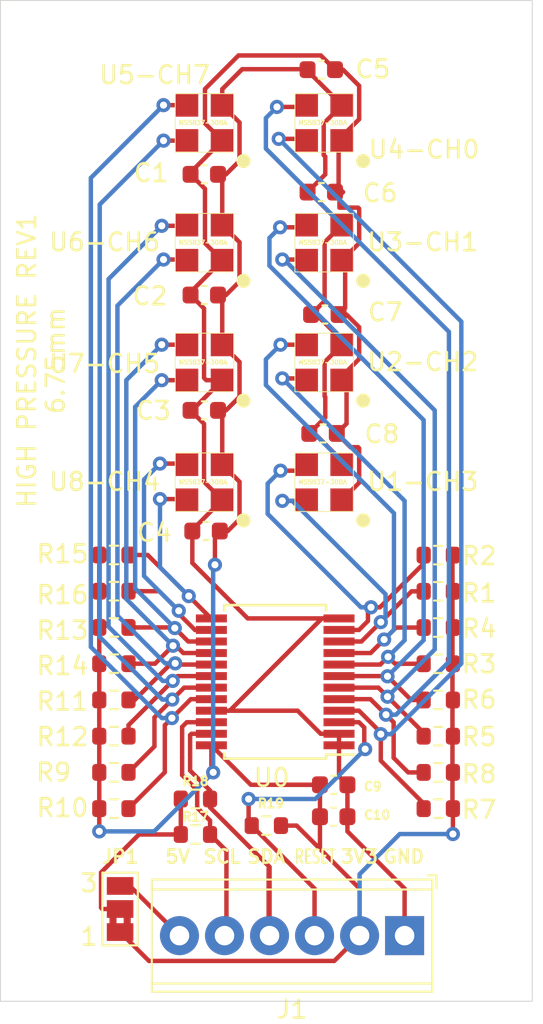
<source format=kicad_pcb>
(kicad_pcb (version 20171130) (host pcbnew "(5.1.12)-1")

  (general
    (thickness 1.6)
    (drawings 11)
    (tracks 407)
    (zones 0)
    (modules 44)
    (nets 24)
  )

  (page A4)
  (layers
    (0 F.Cu signal)
    (31 B.Cu signal)
    (32 B.Adhes user)
    (33 F.Adhes user)
    (34 B.Paste user)
    (35 F.Paste user)
    (36 B.SilkS user)
    (37 F.SilkS user)
    (38 B.Mask user)
    (39 F.Mask user)
    (40 Dwgs.User user)
    (41 Cmts.User user)
    (42 Eco1.User user)
    (43 Eco2.User user)
    (44 Edge.Cuts user)
    (45 Margin user)
    (46 B.CrtYd user)
    (47 F.CrtYd user)
    (48 B.Fab user)
    (49 F.Fab user)
  )

  (setup
    (last_trace_width 0.25)
    (trace_clearance 0.2)
    (zone_clearance 0.508)
    (zone_45_only no)
    (trace_min 0.2)
    (via_size 0.8)
    (via_drill 0.4)
    (via_min_size 0.4)
    (via_min_drill 0.3)
    (uvia_size 0.3)
    (uvia_drill 0.1)
    (uvias_allowed no)
    (uvia_min_size 0.2)
    (uvia_min_drill 0.1)
    (edge_width 0.05)
    (segment_width 0.2)
    (pcb_text_width 0.3)
    (pcb_text_size 1.5 1.5)
    (mod_edge_width 0.12)
    (mod_text_size 1 1)
    (mod_text_width 0.15)
    (pad_size 1.3 1.3)
    (pad_drill 0)
    (pad_to_mask_clearance 0)
    (aux_axis_origin 0 0)
    (visible_elements 7FFDFF7F)
    (pcbplotparams
      (layerselection 0x010fc_ffffffff)
      (usegerberextensions true)
      (usegerberattributes true)
      (usegerberadvancedattributes false)
      (creategerberjobfile false)
      (excludeedgelayer true)
      (linewidth 0.100000)
      (plotframeref false)
      (viasonmask false)
      (mode 1)
      (useauxorigin false)
      (hpglpennumber 1)
      (hpglpenspeed 20)
      (hpglpendiameter 15.000000)
      (psnegative false)
      (psa4output false)
      (plotreference true)
      (plotvalue false)
      (plotinvisibletext false)
      (padsonsilk false)
      (subtractmaskfromsilk true)
      (outputformat 1)
      (mirror false)
      (drillshape 0)
      (scaleselection 1)
      (outputdirectory "gerbers_ds10_ideal/"))
  )

  (net 0 "")
  (net 1 "Net-(J1-Pad3)")
  (net 2 +3V3)
  (net 3 GND)
  (net 4 "Net-(J1-Pad4)")
  (net 5 "Net-(J1-Pad5)")
  (net 6 "Net-(R1-Pad2)")
  (net 7 "Net-(R2-Pad2)")
  (net 8 "Net-(R3-Pad2)")
  (net 9 "Net-(R4-Pad2)")
  (net 10 "Net-(R5-Pad2)")
  (net 11 "Net-(R6-Pad2)")
  (net 12 "Net-(R7-Pad2)")
  (net 13 "Net-(R8-Pad2)")
  (net 14 "Net-(R9-Pad2)")
  (net 15 "Net-(R10-Pad2)")
  (net 16 "Net-(R11-Pad2)")
  (net 17 "Net-(R12-Pad2)")
  (net 18 "Net-(R13-Pad2)")
  (net 19 "Net-(R14-Pad2)")
  (net 20 "Net-(R15-Pad2)")
  (net 21 "Net-(R16-Pad2)")
  (net 22 +5V)
  (net 23 "Net-(JP1-Pad2)")

  (net_class Default "This is the default net class."
    (clearance 0.2)
    (trace_width 0.25)
    (via_dia 0.8)
    (via_drill 0.4)
    (uvia_dia 0.3)
    (uvia_drill 0.1)
    (add_net +3V3)
    (add_net +5V)
    (add_net GND)
    (add_net "Net-(J1-Pad3)")
    (add_net "Net-(J1-Pad4)")
    (add_net "Net-(J1-Pad5)")
    (add_net "Net-(JP1-Pad2)")
    (add_net "Net-(R1-Pad2)")
    (add_net "Net-(R10-Pad2)")
    (add_net "Net-(R11-Pad2)")
    (add_net "Net-(R12-Pad2)")
    (add_net "Net-(R13-Pad2)")
    (add_net "Net-(R14-Pad2)")
    (add_net "Net-(R15-Pad2)")
    (add_net "Net-(R16-Pad2)")
    (add_net "Net-(R2-Pad2)")
    (add_net "Net-(R3-Pad2)")
    (add_net "Net-(R4-Pad2)")
    (add_net "Net-(R5-Pad2)")
    (add_net "Net-(R6-Pad2)")
    (add_net "Net-(R7-Pad2)")
    (add_net "Net-(R8-Pad2)")
    (add_net "Net-(R9-Pad2)")
  )

  (module Capacitor_SMD:C_0603_1608Metric (layer F.Cu) (tedit 5F68FEEE) (tstamp 61B91F79)
    (at 126 51.3)
    (descr "Capacitor SMD 0603 (1608 Metric), square (rectangular) end terminal, IPC_7351 nominal, (Body size source: IPC-SM-782 page 76, https://www.pcb-3d.com/wordpress/wp-content/uploads/ipc-sm-782a_amendment_1_and_2.pdf), generated with kicad-footprint-generator")
    (tags capacitor)
    (path /61C6B183)
    (attr smd)
    (fp_text reference C1 (at -3 -0.08) (layer F.SilkS)
      (effects (font (size 1 1) (thickness 0.15)))
    )
    (fp_text value 06034C104KAT2A (at -8.7 0.12) (layer F.Fab)
      (effects (font (size 1 1) (thickness 0.15)))
    )
    (fp_line (start 1.48 0.73) (end -1.48 0.73) (layer F.CrtYd) (width 0.05))
    (fp_line (start 1.48 -0.73) (end 1.48 0.73) (layer F.CrtYd) (width 0.05))
    (fp_line (start -1.48 -0.73) (end 1.48 -0.73) (layer F.CrtYd) (width 0.05))
    (fp_line (start -1.48 0.73) (end -1.48 -0.73) (layer F.CrtYd) (width 0.05))
    (fp_line (start -0.14058 0.51) (end 0.14058 0.51) (layer F.SilkS) (width 0.12))
    (fp_line (start -0.14058 -0.51) (end 0.14058 -0.51) (layer F.SilkS) (width 0.12))
    (fp_line (start 0.8 0.4) (end -0.8 0.4) (layer F.Fab) (width 0.1))
    (fp_line (start 0.8 -0.4) (end 0.8 0.4) (layer F.Fab) (width 0.1))
    (fp_line (start -0.8 -0.4) (end 0.8 -0.4) (layer F.Fab) (width 0.1))
    (fp_line (start -0.8 0.4) (end -0.8 -0.4) (layer F.Fab) (width 0.1))
    (fp_text user %R (at 0 0) (layer F.Fab)
      (effects (font (size 0.4 0.4) (thickness 0.06)))
    )
    (pad 2 smd roundrect (at 0.775 0) (size 0.9 0.95) (layers F.Cu F.Paste F.Mask) (roundrect_rratio 0.25)
      (net 2 +3V3))
    (pad 1 smd roundrect (at -0.775 0) (size 0.9 0.95) (layers F.Cu F.Paste F.Mask) (roundrect_rratio 0.25)
      (net 3 GND))
    (model ${KISYS3DMOD}/Capacitor_SMD.3dshapes/C_0603_1608Metric.wrl
      (at (xyz 0 0 0))
      (scale (xyz 1 1 1))
      (rotate (xyz 0 0 0))
    )
  )

  (module Capacitor_SMD:C_0603_1608Metric (layer F.Cu) (tedit 5F68FEEE) (tstamp 61B91F8A)
    (at 126 58.1)
    (descr "Capacitor SMD 0603 (1608 Metric), square (rectangular) end terminal, IPC_7351 nominal, (Body size source: IPC-SM-782 page 76, https://www.pcb-3d.com/wordpress/wp-content/uploads/ipc-sm-782a_amendment_1_and_2.pdf), generated with kicad-footprint-generator")
    (tags capacitor)
    (path /61CB5F68)
    (attr smd)
    (fp_text reference C2 (at -3.07 0.06) (layer F.SilkS)
      (effects (font (size 1 1) (thickness 0.15)))
    )
    (fp_text value 06034C104KAT2A (at -9.37 -0.14) (layer F.Fab)
      (effects (font (size 1 1) (thickness 0.15)))
    )
    (fp_line (start -0.8 0.4) (end -0.8 -0.4) (layer F.Fab) (width 0.1))
    (fp_line (start -0.8 -0.4) (end 0.8 -0.4) (layer F.Fab) (width 0.1))
    (fp_line (start 0.8 -0.4) (end 0.8 0.4) (layer F.Fab) (width 0.1))
    (fp_line (start 0.8 0.4) (end -0.8 0.4) (layer F.Fab) (width 0.1))
    (fp_line (start -0.14058 -0.51) (end 0.14058 -0.51) (layer F.SilkS) (width 0.12))
    (fp_line (start -0.14058 0.51) (end 0.14058 0.51) (layer F.SilkS) (width 0.12))
    (fp_line (start -1.48 0.73) (end -1.48 -0.73) (layer F.CrtYd) (width 0.05))
    (fp_line (start -1.48 -0.73) (end 1.48 -0.73) (layer F.CrtYd) (width 0.05))
    (fp_line (start 1.48 -0.73) (end 1.48 0.73) (layer F.CrtYd) (width 0.05))
    (fp_line (start 1.48 0.73) (end -1.48 0.73) (layer F.CrtYd) (width 0.05))
    (fp_text user %R (at 0 0) (layer F.Fab)
      (effects (font (size 0.4 0.4) (thickness 0.06)))
    )
    (pad 1 smd roundrect (at -0.775 0) (size 0.9 0.95) (layers F.Cu F.Paste F.Mask) (roundrect_rratio 0.25)
      (net 3 GND))
    (pad 2 smd roundrect (at 0.775 0) (size 0.9 0.95) (layers F.Cu F.Paste F.Mask) (roundrect_rratio 0.25)
      (net 2 +3V3))
    (model ${KISYS3DMOD}/Capacitor_SMD.3dshapes/C_0603_1608Metric.wrl
      (at (xyz 0 0 0))
      (scale (xyz 1 1 1))
      (rotate (xyz 0 0 0))
    )
  )

  (module Capacitor_SMD:C_0603_1608Metric (layer F.Cu) (tedit 5F68FEEE) (tstamp 61B91F9B)
    (at 126 64.6)
    (descr "Capacitor SMD 0603 (1608 Metric), square (rectangular) end terminal, IPC_7351 nominal, (Body size source: IPC-SM-782 page 76, https://www.pcb-3d.com/wordpress/wp-content/uploads/ipc-sm-782a_amendment_1_and_2.pdf), generated with kicad-footprint-generator")
    (tags capacitor)
    (path /61CBF7C4)
    (attr smd)
    (fp_text reference C3 (at -2.87 0.02) (layer F.SilkS)
      (effects (font (size 1 1) (thickness 0.15)))
    )
    (fp_text value 06034C104KAT2A (at -8.87 0.02) (layer F.Fab)
      (effects (font (size 1 1) (thickness 0.15)))
    )
    (fp_line (start 1.48 0.73) (end -1.48 0.73) (layer F.CrtYd) (width 0.05))
    (fp_line (start 1.48 -0.73) (end 1.48 0.73) (layer F.CrtYd) (width 0.05))
    (fp_line (start -1.48 -0.73) (end 1.48 -0.73) (layer F.CrtYd) (width 0.05))
    (fp_line (start -1.48 0.73) (end -1.48 -0.73) (layer F.CrtYd) (width 0.05))
    (fp_line (start -0.14058 0.51) (end 0.14058 0.51) (layer F.SilkS) (width 0.12))
    (fp_line (start -0.14058 -0.51) (end 0.14058 -0.51) (layer F.SilkS) (width 0.12))
    (fp_line (start 0.8 0.4) (end -0.8 0.4) (layer F.Fab) (width 0.1))
    (fp_line (start 0.8 -0.4) (end 0.8 0.4) (layer F.Fab) (width 0.1))
    (fp_line (start -0.8 -0.4) (end 0.8 -0.4) (layer F.Fab) (width 0.1))
    (fp_line (start -0.8 0.4) (end -0.8 -0.4) (layer F.Fab) (width 0.1))
    (fp_text user %R (at 0 0) (layer F.Fab)
      (effects (font (size 0.4 0.4) (thickness 0.06)))
    )
    (pad 2 smd roundrect (at 0.775 0) (size 0.9 0.95) (layers F.Cu F.Paste F.Mask) (roundrect_rratio 0.25)
      (net 2 +3V3))
    (pad 1 smd roundrect (at -0.775 0) (size 0.9 0.95) (layers F.Cu F.Paste F.Mask) (roundrect_rratio 0.25)
      (net 3 GND))
    (model ${KISYS3DMOD}/Capacitor_SMD.3dshapes/C_0603_1608Metric.wrl
      (at (xyz 0 0 0))
      (scale (xyz 1 1 1))
      (rotate (xyz 0 0 0))
    )
  )

  (module Capacitor_SMD:C_0603_1608Metric (layer F.Cu) (tedit 5F68FEEE) (tstamp 61B91FAC)
    (at 126.1 71.4)
    (descr "Capacitor SMD 0603 (1608 Metric), square (rectangular) end terminal, IPC_7351 nominal, (Body size source: IPC-SM-782 page 76, https://www.pcb-3d.com/wordpress/wp-content/uploads/ipc-sm-782a_amendment_1_and_2.pdf), generated with kicad-footprint-generator")
    (tags capacitor)
    (path /61CD0124)
    (attr smd)
    (fp_text reference C4 (at -2.91 0.09) (layer F.SilkS)
      (effects (font (size 1 1) (thickness 0.15)))
    )
    (fp_text value 06034C104KAT2A (at -9.41 0.19) (layer F.Fab)
      (effects (font (size 1 1) (thickness 0.15)))
    )
    (fp_line (start -0.8 0.4) (end -0.8 -0.4) (layer F.Fab) (width 0.1))
    (fp_line (start -0.8 -0.4) (end 0.8 -0.4) (layer F.Fab) (width 0.1))
    (fp_line (start 0.8 -0.4) (end 0.8 0.4) (layer F.Fab) (width 0.1))
    (fp_line (start 0.8 0.4) (end -0.8 0.4) (layer F.Fab) (width 0.1))
    (fp_line (start -0.14058 -0.51) (end 0.14058 -0.51) (layer F.SilkS) (width 0.12))
    (fp_line (start -0.14058 0.51) (end 0.14058 0.51) (layer F.SilkS) (width 0.12))
    (fp_line (start -1.48 0.73) (end -1.48 -0.73) (layer F.CrtYd) (width 0.05))
    (fp_line (start -1.48 -0.73) (end 1.48 -0.73) (layer F.CrtYd) (width 0.05))
    (fp_line (start 1.48 -0.73) (end 1.48 0.73) (layer F.CrtYd) (width 0.05))
    (fp_line (start 1.48 0.73) (end -1.48 0.73) (layer F.CrtYd) (width 0.05))
    (fp_text user %R (at 0 0) (layer F.Fab)
      (effects (font (size 0.4 0.4) (thickness 0.06)))
    )
    (pad 1 smd roundrect (at -0.775 0) (size 0.9 0.95) (layers F.Cu F.Paste F.Mask) (roundrect_rratio 0.25)
      (net 3 GND))
    (pad 2 smd roundrect (at 0.775 0) (size 0.9 0.95) (layers F.Cu F.Paste F.Mask) (roundrect_rratio 0.25)
      (net 2 +3V3))
    (model ${KISYS3DMOD}/Capacitor_SMD.3dshapes/C_0603_1608Metric.wrl
      (at (xyz 0 0 0))
      (scale (xyz 1 1 1))
      (rotate (xyz 0 0 0))
    )
  )

  (module Capacitor_SMD:C_0603_1608Metric (layer F.Cu) (tedit 5F68FEEE) (tstamp 61B91FBD)
    (at 132.6 45.4 180)
    (descr "Capacitor SMD 0603 (1608 Metric), square (rectangular) end terminal, IPC_7351 nominal, (Body size source: IPC-SM-782 page 76, https://www.pcb-3d.com/wordpress/wp-content/uploads/ipc-sm-782a_amendment_1_and_2.pdf), generated with kicad-footprint-generator")
    (tags capacitor)
    (path /61DDC49B)
    (attr smd)
    (fp_text reference C5 (at -2.91 0.03) (layer F.SilkS)
      (effects (font (size 1 1) (thickness 0.15)))
    )
    (fp_text value 06034C104KAT2A (at -8.81 0.03) (layer F.Fab)
      (effects (font (size 1 1) (thickness 0.15)))
    )
    (fp_line (start 1.48 0.73) (end -1.48 0.73) (layer F.CrtYd) (width 0.05))
    (fp_line (start 1.48 -0.73) (end 1.48 0.73) (layer F.CrtYd) (width 0.05))
    (fp_line (start -1.48 -0.73) (end 1.48 -0.73) (layer F.CrtYd) (width 0.05))
    (fp_line (start -1.48 0.73) (end -1.48 -0.73) (layer F.CrtYd) (width 0.05))
    (fp_line (start -0.14058 0.51) (end 0.14058 0.51) (layer F.SilkS) (width 0.12))
    (fp_line (start -0.14058 -0.51) (end 0.14058 -0.51) (layer F.SilkS) (width 0.12))
    (fp_line (start 0.8 0.4) (end -0.8 0.4) (layer F.Fab) (width 0.1))
    (fp_line (start 0.8 -0.4) (end 0.8 0.4) (layer F.Fab) (width 0.1))
    (fp_line (start -0.8 -0.4) (end 0.8 -0.4) (layer F.Fab) (width 0.1))
    (fp_line (start -0.8 0.4) (end -0.8 -0.4) (layer F.Fab) (width 0.1))
    (fp_text user %R (at 0 0) (layer F.Fab)
      (effects (font (size 0.4 0.4) (thickness 0.06)))
    )
    (pad 2 smd roundrect (at 0.775 0 180) (size 0.9 0.95) (layers F.Cu F.Paste F.Mask) (roundrect_rratio 0.25)
      (net 2 +3V3))
    (pad 1 smd roundrect (at -0.775 0 180) (size 0.9 0.95) (layers F.Cu F.Paste F.Mask) (roundrect_rratio 0.25)
      (net 3 GND))
    (model ${KISYS3DMOD}/Capacitor_SMD.3dshapes/C_0603_1608Metric.wrl
      (at (xyz 0 0 0))
      (scale (xyz 1 1 1))
      (rotate (xyz 0 0 0))
    )
  )

  (module Capacitor_SMD:C_0603_1608Metric (layer F.Cu) (tedit 5F68FEEE) (tstamp 61B91FCE)
    (at 132.6 52.3 180)
    (descr "Capacitor SMD 0603 (1608 Metric), square (rectangular) end terminal, IPC_7351 nominal, (Body size source: IPC-SM-782 page 76, https://www.pcb-3d.com/wordpress/wp-content/uploads/ipc-sm-782a_amendment_1_and_2.pdf), generated with kicad-footprint-generator")
    (tags capacitor)
    (path /61DDC4D7)
    (attr smd)
    (fp_text reference C6 (at -3.32 -0.06) (layer F.SilkS)
      (effects (font (size 1 1) (thickness 0.15)))
    )
    (fp_text value 06034C104KAT2A (at -8.82 0.44) (layer F.Fab)
      (effects (font (size 1 1) (thickness 0.15)))
    )
    (fp_line (start -0.8 0.4) (end -0.8 -0.4) (layer F.Fab) (width 0.1))
    (fp_line (start -0.8 -0.4) (end 0.8 -0.4) (layer F.Fab) (width 0.1))
    (fp_line (start 0.8 -0.4) (end 0.8 0.4) (layer F.Fab) (width 0.1))
    (fp_line (start 0.8 0.4) (end -0.8 0.4) (layer F.Fab) (width 0.1))
    (fp_line (start -0.14058 -0.51) (end 0.14058 -0.51) (layer F.SilkS) (width 0.12))
    (fp_line (start -0.14058 0.51) (end 0.14058 0.51) (layer F.SilkS) (width 0.12))
    (fp_line (start -1.48 0.73) (end -1.48 -0.73) (layer F.CrtYd) (width 0.05))
    (fp_line (start -1.48 -0.73) (end 1.48 -0.73) (layer F.CrtYd) (width 0.05))
    (fp_line (start 1.48 -0.73) (end 1.48 0.73) (layer F.CrtYd) (width 0.05))
    (fp_line (start 1.48 0.73) (end -1.48 0.73) (layer F.CrtYd) (width 0.05))
    (fp_text user %R (at 0 0) (layer F.Fab)
      (effects (font (size 0.4 0.4) (thickness 0.06)))
    )
    (pad 1 smd roundrect (at -0.775 0 180) (size 0.9 0.95) (layers F.Cu F.Paste F.Mask) (roundrect_rratio 0.25)
      (net 3 GND))
    (pad 2 smd roundrect (at 0.775 0 180) (size 0.9 0.95) (layers F.Cu F.Paste F.Mask) (roundrect_rratio 0.25)
      (net 2 +3V3))
    (model ${KISYS3DMOD}/Capacitor_SMD.3dshapes/C_0603_1608Metric.wrl
      (at (xyz 0 0 0))
      (scale (xyz 1 1 1))
      (rotate (xyz 0 0 0))
    )
  )

  (module Capacitor_SMD:C_0603_1608Metric (layer F.Cu) (tedit 5F68FEEE) (tstamp 61B91FDF)
    (at 132.8 59.2 180)
    (descr "Capacitor SMD 0603 (1608 Metric), square (rectangular) end terminal, IPC_7351 nominal, (Body size source: IPC-SM-782 page 76, https://www.pcb-3d.com/wordpress/wp-content/uploads/ipc-sm-782a_amendment_1_and_2.pdf), generated with kicad-footprint-generator")
    (tags capacitor)
    (path /61DDC519)
    (attr smd)
    (fp_text reference C7 (at -3.41 0.13) (layer F.SilkS)
      (effects (font (size 1 1) (thickness 0.15)))
    )
    (fp_text value 06034C104KAT2A (at -9.31 0.23) (layer F.Fab)
      (effects (font (size 1 1) (thickness 0.15)))
    )
    (fp_line (start -0.8 0.4) (end -0.8 -0.4) (layer F.Fab) (width 0.1))
    (fp_line (start -0.8 -0.4) (end 0.8 -0.4) (layer F.Fab) (width 0.1))
    (fp_line (start 0.8 -0.4) (end 0.8 0.4) (layer F.Fab) (width 0.1))
    (fp_line (start 0.8 0.4) (end -0.8 0.4) (layer F.Fab) (width 0.1))
    (fp_line (start -0.14058 -0.51) (end 0.14058 -0.51) (layer F.SilkS) (width 0.12))
    (fp_line (start -0.14058 0.51) (end 0.14058 0.51) (layer F.SilkS) (width 0.12))
    (fp_line (start -1.48 0.73) (end -1.48 -0.73) (layer F.CrtYd) (width 0.05))
    (fp_line (start -1.48 -0.73) (end 1.48 -0.73) (layer F.CrtYd) (width 0.05))
    (fp_line (start 1.48 -0.73) (end 1.48 0.73) (layer F.CrtYd) (width 0.05))
    (fp_line (start 1.48 0.73) (end -1.48 0.73) (layer F.CrtYd) (width 0.05))
    (fp_text user %R (at 0 0) (layer F.Fab)
      (effects (font (size 0.4 0.4) (thickness 0.06)))
    )
    (pad 1 smd roundrect (at -0.775 0 180) (size 0.9 0.95) (layers F.Cu F.Paste F.Mask) (roundrect_rratio 0.25)
      (net 3 GND))
    (pad 2 smd roundrect (at 0.775 0 180) (size 0.9 0.95) (layers F.Cu F.Paste F.Mask) (roundrect_rratio 0.25)
      (net 2 +3V3))
    (model ${KISYS3DMOD}/Capacitor_SMD.3dshapes/C_0603_1608Metric.wrl
      (at (xyz 0 0 0))
      (scale (xyz 1 1 1))
      (rotate (xyz 0 0 0))
    )
  )

  (module Capacitor_SMD:C_0603_1608Metric (layer F.Cu) (tedit 5F68FEEE) (tstamp 61B91FF0)
    (at 132.7 65.9 180)
    (descr "Capacitor SMD 0603 (1608 Metric), square (rectangular) end terminal, IPC_7351 nominal, (Body size source: IPC-SM-782 page 76, https://www.pcb-3d.com/wordpress/wp-content/uploads/ipc-sm-782a_amendment_1_and_2.pdf), generated with kicad-footprint-generator")
    (tags capacitor)
    (path /61DDC55B)
    (attr smd)
    (fp_text reference C8 (at -3.32 -0.04) (layer F.SilkS)
      (effects (font (size 1 1) (thickness 0.15)))
    )
    (fp_text value 06034C104KAT2A (at -9.32 -0.04) (layer F.Fab)
      (effects (font (size 1 1) (thickness 0.15)))
    )
    (fp_line (start 1.48 0.73) (end -1.48 0.73) (layer F.CrtYd) (width 0.05))
    (fp_line (start 1.48 -0.73) (end 1.48 0.73) (layer F.CrtYd) (width 0.05))
    (fp_line (start -1.48 -0.73) (end 1.48 -0.73) (layer F.CrtYd) (width 0.05))
    (fp_line (start -1.48 0.73) (end -1.48 -0.73) (layer F.CrtYd) (width 0.05))
    (fp_line (start -0.14058 0.51) (end 0.14058 0.51) (layer F.SilkS) (width 0.12))
    (fp_line (start -0.14058 -0.51) (end 0.14058 -0.51) (layer F.SilkS) (width 0.12))
    (fp_line (start 0.8 0.4) (end -0.8 0.4) (layer F.Fab) (width 0.1))
    (fp_line (start 0.8 -0.4) (end 0.8 0.4) (layer F.Fab) (width 0.1))
    (fp_line (start -0.8 -0.4) (end 0.8 -0.4) (layer F.Fab) (width 0.1))
    (fp_line (start -0.8 0.4) (end -0.8 -0.4) (layer F.Fab) (width 0.1))
    (fp_text user %R (at 0 0) (layer F.Fab)
      (effects (font (size 0.4 0.4) (thickness 0.06)))
    )
    (pad 2 smd roundrect (at 0.775 0 180) (size 0.9 0.95) (layers F.Cu F.Paste F.Mask) (roundrect_rratio 0.25)
      (net 2 +3V3))
    (pad 1 smd roundrect (at -0.775 0 180) (size 0.9 0.95) (layers F.Cu F.Paste F.Mask) (roundrect_rratio 0.25)
      (net 3 GND))
    (model ${KISYS3DMOD}/Capacitor_SMD.3dshapes/C_0603_1608Metric.wrl
      (at (xyz 0 0 0))
      (scale (xyz 1 1 1))
      (rotate (xyz 0 0 0))
    )
  )

  (module Capacitor_SMD:C_0603_1608Metric (layer F.Cu) (tedit 5F68FEEE) (tstamp 61B92001)
    (at 133.3 85.7)
    (descr "Capacitor SMD 0603 (1608 Metric), square (rectangular) end terminal, IPC_7351 nominal, (Body size source: IPC-SM-782 page 76, https://www.pcb-3d.com/wordpress/wp-content/uploads/ipc-sm-782a_amendment_1_and_2.pdf), generated with kicad-footprint-generator")
    (tags capacitor)
    (path /61ADC204)
    (attr smd)
    (fp_text reference C9 (at 2.2 0.1) (layer F.SilkS)
      (effects (font (size 0.5 0.5) (thickness 0.125)))
    )
    (fp_text value C (at 0 1.43) (layer F.Fab)
      (effects (font (size 1 1) (thickness 0.15)))
    )
    (fp_line (start -0.8 0.4) (end -0.8 -0.4) (layer F.Fab) (width 0.1))
    (fp_line (start -0.8 -0.4) (end 0.8 -0.4) (layer F.Fab) (width 0.1))
    (fp_line (start 0.8 -0.4) (end 0.8 0.4) (layer F.Fab) (width 0.1))
    (fp_line (start 0.8 0.4) (end -0.8 0.4) (layer F.Fab) (width 0.1))
    (fp_line (start -0.14058 -0.51) (end 0.14058 -0.51) (layer F.SilkS) (width 0.12))
    (fp_line (start -0.14058 0.51) (end 0.14058 0.51) (layer F.SilkS) (width 0.12))
    (fp_line (start -1.48 0.73) (end -1.48 -0.73) (layer F.CrtYd) (width 0.05))
    (fp_line (start -1.48 -0.73) (end 1.48 -0.73) (layer F.CrtYd) (width 0.05))
    (fp_line (start 1.48 -0.73) (end 1.48 0.73) (layer F.CrtYd) (width 0.05))
    (fp_line (start 1.48 0.73) (end -1.48 0.73) (layer F.CrtYd) (width 0.05))
    (fp_text user %R (at 0 0) (layer F.Fab)
      (effects (font (size 0.4 0.4) (thickness 0.06)))
    )
    (pad 1 smd roundrect (at -0.775 0) (size 0.9 0.95) (layers F.Cu F.Paste F.Mask) (roundrect_rratio 0.25)
      (net 2 +3V3))
    (pad 2 smd roundrect (at 0.775 0) (size 0.9 0.95) (layers F.Cu F.Paste F.Mask) (roundrect_rratio 0.25)
      (net 3 GND))
    (model ${KISYS3DMOD}/Capacitor_SMD.3dshapes/C_0603_1608Metric.wrl
      (at (xyz 0 0 0))
      (scale (xyz 1 1 1))
      (rotate (xyz 0 0 0))
    )
  )

  (module Capacitor_SMD:C_0603_1608Metric (layer F.Cu) (tedit 5F68FEEE) (tstamp 61B92012)
    (at 133.3 87.5)
    (descr "Capacitor SMD 0603 (1608 Metric), square (rectangular) end terminal, IPC_7351 nominal, (Body size source: IPC-SM-782 page 76, https://www.pcb-3d.com/wordpress/wp-content/uploads/ipc-sm-782a_amendment_1_and_2.pdf), generated with kicad-footprint-generator")
    (tags capacitor)
    (path /61B060DB)
    (attr smd)
    (fp_text reference C10 (at 2.45 -0.1) (layer F.SilkS)
      (effects (font (size 0.5 0.5) (thickness 0.125)))
    )
    (fp_text value C (at 0 1.43) (layer F.Fab)
      (effects (font (size 1 1) (thickness 0.15)))
    )
    (fp_line (start 1.48 0.73) (end -1.48 0.73) (layer F.CrtYd) (width 0.05))
    (fp_line (start 1.48 -0.73) (end 1.48 0.73) (layer F.CrtYd) (width 0.05))
    (fp_line (start -1.48 -0.73) (end 1.48 -0.73) (layer F.CrtYd) (width 0.05))
    (fp_line (start -1.48 0.73) (end -1.48 -0.73) (layer F.CrtYd) (width 0.05))
    (fp_line (start -0.14058 0.51) (end 0.14058 0.51) (layer F.SilkS) (width 0.12))
    (fp_line (start -0.14058 -0.51) (end 0.14058 -0.51) (layer F.SilkS) (width 0.12))
    (fp_line (start 0.8 0.4) (end -0.8 0.4) (layer F.Fab) (width 0.1))
    (fp_line (start 0.8 -0.4) (end 0.8 0.4) (layer F.Fab) (width 0.1))
    (fp_line (start -0.8 -0.4) (end 0.8 -0.4) (layer F.Fab) (width 0.1))
    (fp_line (start -0.8 0.4) (end -0.8 -0.4) (layer F.Fab) (width 0.1))
    (fp_text user %R (at 0 0) (layer F.Fab)
      (effects (font (size 0.4 0.4) (thickness 0.06)))
    )
    (pad 2 smd roundrect (at 0.775 0) (size 0.9 0.95) (layers F.Cu F.Paste F.Mask) (roundrect_rratio 0.25)
      (net 3 GND))
    (pad 1 smd roundrect (at -0.775 0) (size 0.9 0.95) (layers F.Cu F.Paste F.Mask) (roundrect_rratio 0.25)
      (net 2 +3V3))
    (model ${KISYS3DMOD}/Capacitor_SMD.3dshapes/C_0603_1608Metric.wrl
      (at (xyz 0 0 0))
      (scale (xyz 1 1 1))
      (rotate (xyz 0 0 0))
    )
  )

  (module Resistor_SMD:R_0603_1608Metric (layer F.Cu) (tedit 5F68FEEE) (tstamp 61B9207D)
    (at 139.2 74.797958 180)
    (descr "Resistor SMD 0603 (1608 Metric), square (rectangular) end terminal, IPC_7351 nominal, (Body size source: IPC-SM-782 page 72, https://www.pcb-3d.com/wordpress/wp-content/uploads/ipc-sm-782a_amendment_1_and_2.pdf), generated with kicad-footprint-generator")
    (tags resistor)
    (path /61C94E47)
    (attr smd)
    (fp_text reference R1 (at -2.3 -0.102042) (layer F.SilkS)
      (effects (font (size 1 1) (thickness 0.15)))
    )
    (fp_text value R (at 0 1.43) (layer F.Fab)
      (effects (font (size 1 1) (thickness 0.15)))
    )
    (fp_line (start 1.48 0.73) (end -1.48 0.73) (layer F.CrtYd) (width 0.05))
    (fp_line (start 1.48 -0.73) (end 1.48 0.73) (layer F.CrtYd) (width 0.05))
    (fp_line (start -1.48 -0.73) (end 1.48 -0.73) (layer F.CrtYd) (width 0.05))
    (fp_line (start -1.48 0.73) (end -1.48 -0.73) (layer F.CrtYd) (width 0.05))
    (fp_line (start -0.237258 0.5225) (end 0.237258 0.5225) (layer F.SilkS) (width 0.12))
    (fp_line (start -0.237258 -0.5225) (end 0.237258 -0.5225) (layer F.SilkS) (width 0.12))
    (fp_line (start 0.8 0.4125) (end -0.8 0.4125) (layer F.Fab) (width 0.1))
    (fp_line (start 0.8 -0.4125) (end 0.8 0.4125) (layer F.Fab) (width 0.1))
    (fp_line (start -0.8 -0.4125) (end 0.8 -0.4125) (layer F.Fab) (width 0.1))
    (fp_line (start -0.8 0.4125) (end -0.8 -0.4125) (layer F.Fab) (width 0.1))
    (fp_text user %R (at 0 0) (layer F.Fab)
      (effects (font (size 0.4 0.4) (thickness 0.06)))
    )
    (pad 2 smd roundrect (at 0.825 0 180) (size 0.8 0.95) (layers F.Cu F.Paste F.Mask) (roundrect_rratio 0.25)
      (net 6 "Net-(R1-Pad2)"))
    (pad 1 smd roundrect (at -0.825 0 180) (size 0.8 0.95) (layers F.Cu F.Paste F.Mask) (roundrect_rratio 0.25)
      (net 2 +3V3))
    (model ${KISYS3DMOD}/Resistor_SMD.3dshapes/R_0603_1608Metric.wrl
      (at (xyz 0 0 0))
      (scale (xyz 1 1 1))
      (rotate (xyz 0 0 0))
    )
  )

  (module Resistor_SMD:R_0603_1608Metric (layer F.Cu) (tedit 5F68FEEE) (tstamp 61B9208E)
    (at 139.2 72.757142 180)
    (descr "Resistor SMD 0603 (1608 Metric), square (rectangular) end terminal, IPC_7351 nominal, (Body size source: IPC-SM-782 page 72, https://www.pcb-3d.com/wordpress/wp-content/uploads/ipc-sm-782a_amendment_1_and_2.pdf), generated with kicad-footprint-generator")
    (tags resistor)
    (path /61C9104B)
    (attr smd)
    (fp_text reference R2 (at -2.3 -0.042858) (layer F.SilkS)
      (effects (font (size 1 1) (thickness 0.15)))
    )
    (fp_text value R (at 0 1.43) (layer F.Fab)
      (effects (font (size 1 1) (thickness 0.15)))
    )
    (fp_line (start -0.8 0.4125) (end -0.8 -0.4125) (layer F.Fab) (width 0.1))
    (fp_line (start -0.8 -0.4125) (end 0.8 -0.4125) (layer F.Fab) (width 0.1))
    (fp_line (start 0.8 -0.4125) (end 0.8 0.4125) (layer F.Fab) (width 0.1))
    (fp_line (start 0.8 0.4125) (end -0.8 0.4125) (layer F.Fab) (width 0.1))
    (fp_line (start -0.237258 -0.5225) (end 0.237258 -0.5225) (layer F.SilkS) (width 0.12))
    (fp_line (start -0.237258 0.5225) (end 0.237258 0.5225) (layer F.SilkS) (width 0.12))
    (fp_line (start -1.48 0.73) (end -1.48 -0.73) (layer F.CrtYd) (width 0.05))
    (fp_line (start -1.48 -0.73) (end 1.48 -0.73) (layer F.CrtYd) (width 0.05))
    (fp_line (start 1.48 -0.73) (end 1.48 0.73) (layer F.CrtYd) (width 0.05))
    (fp_line (start 1.48 0.73) (end -1.48 0.73) (layer F.CrtYd) (width 0.05))
    (fp_text user %R (at 0 0 180) (layer F.Fab)
      (effects (font (size 0.4 0.4) (thickness 0.06)))
    )
    (pad 1 smd roundrect (at -0.825 0 180) (size 0.8 0.95) (layers F.Cu F.Paste F.Mask) (roundrect_rratio 0.25)
      (net 2 +3V3))
    (pad 2 smd roundrect (at 0.825 0 180) (size 0.8 0.95) (layers F.Cu F.Paste F.Mask) (roundrect_rratio 0.25)
      (net 7 "Net-(R2-Pad2)"))
    (model ${KISYS3DMOD}/Resistor_SMD.3dshapes/R_0603_1608Metric.wrl
      (at (xyz 0 0 0))
      (scale (xyz 1 1 1))
      (rotate (xyz 0 0 0))
    )
  )

  (module Resistor_SMD:R_0603_1608Metric (layer F.Cu) (tedit 5F68FEEE) (tstamp 61B9209F)
    (at 139.2 78.87959 180)
    (descr "Resistor SMD 0603 (1608 Metric), square (rectangular) end terminal, IPC_7351 nominal, (Body size source: IPC-SM-782 page 72, https://www.pcb-3d.com/wordpress/wp-content/uploads/ipc-sm-782a_amendment_1_and_2.pdf), generated with kicad-footprint-generator")
    (tags resistor)
    (path /61CB5F78)
    (attr smd)
    (fp_text reference R3 (at -2.3 -0.02041) (layer F.SilkS)
      (effects (font (size 1 1) (thickness 0.15)))
    )
    (fp_text value R (at 0 1.43) (layer F.Fab)
      (effects (font (size 1 1) (thickness 0.15)))
    )
    (fp_line (start -0.8 0.4125) (end -0.8 -0.4125) (layer F.Fab) (width 0.1))
    (fp_line (start -0.8 -0.4125) (end 0.8 -0.4125) (layer F.Fab) (width 0.1))
    (fp_line (start 0.8 -0.4125) (end 0.8 0.4125) (layer F.Fab) (width 0.1))
    (fp_line (start 0.8 0.4125) (end -0.8 0.4125) (layer F.Fab) (width 0.1))
    (fp_line (start -0.237258 -0.5225) (end 0.237258 -0.5225) (layer F.SilkS) (width 0.12))
    (fp_line (start -0.237258 0.5225) (end 0.237258 0.5225) (layer F.SilkS) (width 0.12))
    (fp_line (start -1.48 0.73) (end -1.48 -0.73) (layer F.CrtYd) (width 0.05))
    (fp_line (start -1.48 -0.73) (end 1.48 -0.73) (layer F.CrtYd) (width 0.05))
    (fp_line (start 1.48 -0.73) (end 1.48 0.73) (layer F.CrtYd) (width 0.05))
    (fp_line (start 1.48 0.73) (end -1.48 0.73) (layer F.CrtYd) (width 0.05))
    (fp_text user %R (at 0 0 180) (layer F.Fab)
      (effects (font (size 0.4 0.4) (thickness 0.06)))
    )
    (pad 1 smd roundrect (at -0.825 0 180) (size 0.8 0.95) (layers F.Cu F.Paste F.Mask) (roundrect_rratio 0.25)
      (net 2 +3V3))
    (pad 2 smd roundrect (at 0.825 0 180) (size 0.8 0.95) (layers F.Cu F.Paste F.Mask) (roundrect_rratio 0.25)
      (net 8 "Net-(R3-Pad2)"))
    (model ${KISYS3DMOD}/Resistor_SMD.3dshapes/R_0603_1608Metric.wrl
      (at (xyz 0 0 0))
      (scale (xyz 1 1 1))
      (rotate (xyz 0 0 0))
    )
  )

  (module Resistor_SMD:R_0603_1608Metric (layer F.Cu) (tedit 5F68FEEE) (tstamp 61B920B0)
    (at 139.2 76.838774 180)
    (descr "Resistor SMD 0603 (1608 Metric), square (rectangular) end terminal, IPC_7351 nominal, (Body size source: IPC-SM-782 page 72, https://www.pcb-3d.com/wordpress/wp-content/uploads/ipc-sm-782a_amendment_1_and_2.pdf), generated with kicad-footprint-generator")
    (tags resistor)
    (path /61CB5F72)
    (attr smd)
    (fp_text reference R4 (at -2.3 -0.061226) (layer F.SilkS)
      (effects (font (size 1 1) (thickness 0.15)))
    )
    (fp_text value R (at 0 1.43) (layer F.Fab)
      (effects (font (size 1 1) (thickness 0.15)))
    )
    (fp_line (start 1.48 0.73) (end -1.48 0.73) (layer F.CrtYd) (width 0.05))
    (fp_line (start 1.48 -0.73) (end 1.48 0.73) (layer F.CrtYd) (width 0.05))
    (fp_line (start -1.48 -0.73) (end 1.48 -0.73) (layer F.CrtYd) (width 0.05))
    (fp_line (start -1.48 0.73) (end -1.48 -0.73) (layer F.CrtYd) (width 0.05))
    (fp_line (start -0.237258 0.5225) (end 0.237258 0.5225) (layer F.SilkS) (width 0.12))
    (fp_line (start -0.237258 -0.5225) (end 0.237258 -0.5225) (layer F.SilkS) (width 0.12))
    (fp_line (start 0.8 0.4125) (end -0.8 0.4125) (layer F.Fab) (width 0.1))
    (fp_line (start 0.8 -0.4125) (end 0.8 0.4125) (layer F.Fab) (width 0.1))
    (fp_line (start -0.8 -0.4125) (end 0.8 -0.4125) (layer F.Fab) (width 0.1))
    (fp_line (start -0.8 0.4125) (end -0.8 -0.4125) (layer F.Fab) (width 0.1))
    (fp_text user %R (at 0 0) (layer F.Fab)
      (effects (font (size 0.4 0.4) (thickness 0.06)))
    )
    (pad 2 smd roundrect (at 0.825 0 180) (size 0.8 0.95) (layers F.Cu F.Paste F.Mask) (roundrect_rratio 0.25)
      (net 9 "Net-(R4-Pad2)"))
    (pad 1 smd roundrect (at -0.825 0 180) (size 0.8 0.95) (layers F.Cu F.Paste F.Mask) (roundrect_rratio 0.25)
      (net 2 +3V3))
    (model ${KISYS3DMOD}/Resistor_SMD.3dshapes/R_0603_1608Metric.wrl
      (at (xyz 0 0 0))
      (scale (xyz 1 1 1))
      (rotate (xyz 0 0 0))
    )
  )

  (module Resistor_SMD:R_0603_1608Metric (layer F.Cu) (tedit 5F68FEEE) (tstamp 61B920C1)
    (at 139.2 82.961222 180)
    (descr "Resistor SMD 0603 (1608 Metric), square (rectangular) end terminal, IPC_7351 nominal, (Body size source: IPC-SM-782 page 72, https://www.pcb-3d.com/wordpress/wp-content/uploads/ipc-sm-782a_amendment_1_and_2.pdf), generated with kicad-footprint-generator")
    (tags resistor)
    (path /61CBF7D4)
    (attr smd)
    (fp_text reference R5 (at -2.3 -0.038778) (layer F.SilkS)
      (effects (font (size 1 1) (thickness 0.15)))
    )
    (fp_text value R (at 0 1.43) (layer F.Fab)
      (effects (font (size 1 1) (thickness 0.15)))
    )
    (fp_line (start 1.48 0.73) (end -1.48 0.73) (layer F.CrtYd) (width 0.05))
    (fp_line (start 1.48 -0.73) (end 1.48 0.73) (layer F.CrtYd) (width 0.05))
    (fp_line (start -1.48 -0.73) (end 1.48 -0.73) (layer F.CrtYd) (width 0.05))
    (fp_line (start -1.48 0.73) (end -1.48 -0.73) (layer F.CrtYd) (width 0.05))
    (fp_line (start -0.237258 0.5225) (end 0.237258 0.5225) (layer F.SilkS) (width 0.12))
    (fp_line (start -0.237258 -0.5225) (end 0.237258 -0.5225) (layer F.SilkS) (width 0.12))
    (fp_line (start 0.8 0.4125) (end -0.8 0.4125) (layer F.Fab) (width 0.1))
    (fp_line (start 0.8 -0.4125) (end 0.8 0.4125) (layer F.Fab) (width 0.1))
    (fp_line (start -0.8 -0.4125) (end 0.8 -0.4125) (layer F.Fab) (width 0.1))
    (fp_line (start -0.8 0.4125) (end -0.8 -0.4125) (layer F.Fab) (width 0.1))
    (fp_text user %R (at 0 0) (layer F.Fab)
      (effects (font (size 0.4 0.4) (thickness 0.06)))
    )
    (pad 2 smd roundrect (at 0.825 0 180) (size 0.8 0.95) (layers F.Cu F.Paste F.Mask) (roundrect_rratio 0.25)
      (net 10 "Net-(R5-Pad2)"))
    (pad 1 smd roundrect (at -0.825 0 180) (size 0.8 0.95) (layers F.Cu F.Paste F.Mask) (roundrect_rratio 0.25)
      (net 2 +3V3))
    (model ${KISYS3DMOD}/Resistor_SMD.3dshapes/R_0603_1608Metric.wrl
      (at (xyz 0 0 0))
      (scale (xyz 1 1 1))
      (rotate (xyz 0 0 0))
    )
  )

  (module Resistor_SMD:R_0603_1608Metric (layer F.Cu) (tedit 5F68FEEE) (tstamp 61B920D2)
    (at 139.2 80.920406 180)
    (descr "Resistor SMD 0603 (1608 Metric), square (rectangular) end terminal, IPC_7351 nominal, (Body size source: IPC-SM-782 page 72, https://www.pcb-3d.com/wordpress/wp-content/uploads/ipc-sm-782a_amendment_1_and_2.pdf), generated with kicad-footprint-generator")
    (tags resistor)
    (path /61CBF7CE)
    (attr smd)
    (fp_text reference R6 (at -2.3 0.020406) (layer F.SilkS)
      (effects (font (size 1 1) (thickness 0.15)))
    )
    (fp_text value R (at 0 1.43) (layer F.Fab)
      (effects (font (size 1 1) (thickness 0.15)))
    )
    (fp_line (start -0.8 0.4125) (end -0.8 -0.4125) (layer F.Fab) (width 0.1))
    (fp_line (start -0.8 -0.4125) (end 0.8 -0.4125) (layer F.Fab) (width 0.1))
    (fp_line (start 0.8 -0.4125) (end 0.8 0.4125) (layer F.Fab) (width 0.1))
    (fp_line (start 0.8 0.4125) (end -0.8 0.4125) (layer F.Fab) (width 0.1))
    (fp_line (start -0.237258 -0.5225) (end 0.237258 -0.5225) (layer F.SilkS) (width 0.12))
    (fp_line (start -0.237258 0.5225) (end 0.237258 0.5225) (layer F.SilkS) (width 0.12))
    (fp_line (start -1.48 0.73) (end -1.48 -0.73) (layer F.CrtYd) (width 0.05))
    (fp_line (start -1.48 -0.73) (end 1.48 -0.73) (layer F.CrtYd) (width 0.05))
    (fp_line (start 1.48 -0.73) (end 1.48 0.73) (layer F.CrtYd) (width 0.05))
    (fp_line (start 1.48 0.73) (end -1.48 0.73) (layer F.CrtYd) (width 0.05))
    (fp_text user %R (at 0 0) (layer F.Fab)
      (effects (font (size 0.4 0.4) (thickness 0.06)))
    )
    (pad 1 smd roundrect (at -0.825 0 180) (size 0.8 0.95) (layers F.Cu F.Paste F.Mask) (roundrect_rratio 0.25)
      (net 2 +3V3))
    (pad 2 smd roundrect (at 0.825 0 180) (size 0.8 0.95) (layers F.Cu F.Paste F.Mask) (roundrect_rratio 0.25)
      (net 11 "Net-(R6-Pad2)"))
    (model ${KISYS3DMOD}/Resistor_SMD.3dshapes/R_0603_1608Metric.wrl
      (at (xyz 0 0 0))
      (scale (xyz 1 1 1))
      (rotate (xyz 0 0 0))
    )
  )

  (module Resistor_SMD:R_0603_1608Metric (layer F.Cu) (tedit 5F68FEEE) (tstamp 61B920E3)
    (at 139.2 87.042857 180)
    (descr "Resistor SMD 0603 (1608 Metric), square (rectangular) end terminal, IPC_7351 nominal, (Body size source: IPC-SM-782 page 72, https://www.pcb-3d.com/wordpress/wp-content/uploads/ipc-sm-782a_amendment_1_and_2.pdf), generated with kicad-footprint-generator")
    (tags resistor)
    (path /61CD0134)
    (attr smd)
    (fp_text reference R7 (at -2.3 -0.057143) (layer F.SilkS)
      (effects (font (size 1 1) (thickness 0.15)))
    )
    (fp_text value R (at 0 1.43) (layer F.Fab)
      (effects (font (size 1 1) (thickness 0.15)))
    )
    (fp_line (start -0.8 0.4125) (end -0.8 -0.4125) (layer F.Fab) (width 0.1))
    (fp_line (start -0.8 -0.4125) (end 0.8 -0.4125) (layer F.Fab) (width 0.1))
    (fp_line (start 0.8 -0.4125) (end 0.8 0.4125) (layer F.Fab) (width 0.1))
    (fp_line (start 0.8 0.4125) (end -0.8 0.4125) (layer F.Fab) (width 0.1))
    (fp_line (start -0.237258 -0.5225) (end 0.237258 -0.5225) (layer F.SilkS) (width 0.12))
    (fp_line (start -0.237258 0.5225) (end 0.237258 0.5225) (layer F.SilkS) (width 0.12))
    (fp_line (start -1.48 0.73) (end -1.48 -0.73) (layer F.CrtYd) (width 0.05))
    (fp_line (start -1.48 -0.73) (end 1.48 -0.73) (layer F.CrtYd) (width 0.05))
    (fp_line (start 1.48 -0.73) (end 1.48 0.73) (layer F.CrtYd) (width 0.05))
    (fp_line (start 1.48 0.73) (end -1.48 0.73) (layer F.CrtYd) (width 0.05))
    (fp_text user %R (at 0 0) (layer F.Fab)
      (effects (font (size 0.4 0.4) (thickness 0.06)))
    )
    (pad 1 smd roundrect (at -0.825 0 180) (size 0.8 0.95) (layers F.Cu F.Paste F.Mask) (roundrect_rratio 0.25)
      (net 2 +3V3))
    (pad 2 smd roundrect (at 0.825 0 180) (size 0.8 0.95) (layers F.Cu F.Paste F.Mask) (roundrect_rratio 0.25)
      (net 12 "Net-(R7-Pad2)"))
    (model ${KISYS3DMOD}/Resistor_SMD.3dshapes/R_0603_1608Metric.wrl
      (at (xyz 0 0 0))
      (scale (xyz 1 1 1))
      (rotate (xyz 0 0 0))
    )
  )

  (module Resistor_SMD:R_0603_1608Metric (layer F.Cu) (tedit 5F68FEEE) (tstamp 61B920F4)
    (at 139.2 85.002038 180)
    (descr "Resistor SMD 0603 (1608 Metric), square (rectangular) end terminal, IPC_7351 nominal, (Body size source: IPC-SM-782 page 72, https://www.pcb-3d.com/wordpress/wp-content/uploads/ipc-sm-782a_amendment_1_and_2.pdf), generated with kicad-footprint-generator")
    (tags resistor)
    (path /61CD012E)
    (attr smd)
    (fp_text reference R8 (at -2.3 -0.097962) (layer F.SilkS)
      (effects (font (size 1 1) (thickness 0.15)))
    )
    (fp_text value R (at 0 1.43) (layer F.Fab)
      (effects (font (size 1 1) (thickness 0.15)))
    )
    (fp_line (start 1.48 0.73) (end -1.48 0.73) (layer F.CrtYd) (width 0.05))
    (fp_line (start 1.48 -0.73) (end 1.48 0.73) (layer F.CrtYd) (width 0.05))
    (fp_line (start -1.48 -0.73) (end 1.48 -0.73) (layer F.CrtYd) (width 0.05))
    (fp_line (start -1.48 0.73) (end -1.48 -0.73) (layer F.CrtYd) (width 0.05))
    (fp_line (start -0.237258 0.5225) (end 0.237258 0.5225) (layer F.SilkS) (width 0.12))
    (fp_line (start -0.237258 -0.5225) (end 0.237258 -0.5225) (layer F.SilkS) (width 0.12))
    (fp_line (start 0.8 0.4125) (end -0.8 0.4125) (layer F.Fab) (width 0.1))
    (fp_line (start 0.8 -0.4125) (end 0.8 0.4125) (layer F.Fab) (width 0.1))
    (fp_line (start -0.8 -0.4125) (end 0.8 -0.4125) (layer F.Fab) (width 0.1))
    (fp_line (start -0.8 0.4125) (end -0.8 -0.4125) (layer F.Fab) (width 0.1))
    (fp_text user %R (at 0 0) (layer F.Fab)
      (effects (font (size 0.4 0.4) (thickness 0.06)))
    )
    (pad 2 smd roundrect (at 0.825 0 180) (size 0.8 0.95) (layers F.Cu F.Paste F.Mask) (roundrect_rratio 0.25)
      (net 13 "Net-(R8-Pad2)"))
    (pad 1 smd roundrect (at -0.825 0 180) (size 0.8 0.95) (layers F.Cu F.Paste F.Mask) (roundrect_rratio 0.25)
      (net 2 +3V3))
    (model ${KISYS3DMOD}/Resistor_SMD.3dshapes/R_0603_1608Metric.wrl
      (at (xyz 0 0 0))
      (scale (xyz 1 1 1))
      (rotate (xyz 0 0 0))
    )
  )

  (module Resistor_SMD:R_0603_1608Metric (layer F.Cu) (tedit 5F68FEEE) (tstamp 61B92105)
    (at 120.9 85.001016)
    (descr "Resistor SMD 0603 (1608 Metric), square (rectangular) end terminal, IPC_7351 nominal, (Body size source: IPC-SM-782 page 72, https://www.pcb-3d.com/wordpress/wp-content/uploads/ipc-sm-782a_amendment_1_and_2.pdf), generated with kicad-footprint-generator")
    (tags resistor)
    (path /61DDC592)
    (attr smd)
    (fp_text reference R9 (at -3.4 -0.001016 180) (layer F.SilkS)
      (effects (font (size 1 1) (thickness 0.15)))
    )
    (fp_text value R (at 0 1.43) (layer F.Fab)
      (effects (font (size 1 1) (thickness 0.15)))
    )
    (fp_line (start -0.8 0.4125) (end -0.8 -0.4125) (layer F.Fab) (width 0.1))
    (fp_line (start -0.8 -0.4125) (end 0.8 -0.4125) (layer F.Fab) (width 0.1))
    (fp_line (start 0.8 -0.4125) (end 0.8 0.4125) (layer F.Fab) (width 0.1))
    (fp_line (start 0.8 0.4125) (end -0.8 0.4125) (layer F.Fab) (width 0.1))
    (fp_line (start -0.237258 -0.5225) (end 0.237258 -0.5225) (layer F.SilkS) (width 0.12))
    (fp_line (start -0.237258 0.5225) (end 0.237258 0.5225) (layer F.SilkS) (width 0.12))
    (fp_line (start -1.48 0.73) (end -1.48 -0.73) (layer F.CrtYd) (width 0.05))
    (fp_line (start -1.48 -0.73) (end 1.48 -0.73) (layer F.CrtYd) (width 0.05))
    (fp_line (start 1.48 -0.73) (end 1.48 0.73) (layer F.CrtYd) (width 0.05))
    (fp_line (start 1.48 0.73) (end -1.48 0.73) (layer F.CrtYd) (width 0.05))
    (fp_text user %R (at 0 0) (layer F.Fab)
      (effects (font (size 0.4 0.4) (thickness 0.06)))
    )
    (pad 1 smd roundrect (at -0.825 0) (size 0.8 0.95) (layers F.Cu F.Paste F.Mask) (roundrect_rratio 0.25)
      (net 2 +3V3))
    (pad 2 smd roundrect (at 0.825 0) (size 0.8 0.95) (layers F.Cu F.Paste F.Mask) (roundrect_rratio 0.25)
      (net 14 "Net-(R9-Pad2)"))
    (model ${KISYS3DMOD}/Resistor_SMD.3dshapes/R_0603_1608Metric.wrl
      (at (xyz 0 0 0))
      (scale (xyz 1 1 1))
      (rotate (xyz 0 0 0))
    )
  )

  (module Resistor_SMD:R_0603_1608Metric (layer F.Cu) (tedit 5F68FEEE) (tstamp 61B92116)
    (at 120.9 87.042857)
    (descr "Resistor SMD 0603 (1608 Metric), square (rectangular) end terminal, IPC_7351 nominal, (Body size source: IPC-SM-782 page 72, https://www.pcb-3d.com/wordpress/wp-content/uploads/ipc-sm-782a_amendment_1_and_2.pdf), generated with kicad-footprint-generator")
    (tags resistor)
    (path /61DDC4A5)
    (attr smd)
    (fp_text reference R10 (at -2.9 -0.042857 180) (layer F.SilkS)
      (effects (font (size 1 1) (thickness 0.15)))
    )
    (fp_text value R (at 0 1.43) (layer F.Fab)
      (effects (font (size 1 1) (thickness 0.15)))
    )
    (fp_line (start -0.8 0.4125) (end -0.8 -0.4125) (layer F.Fab) (width 0.1))
    (fp_line (start -0.8 -0.4125) (end 0.8 -0.4125) (layer F.Fab) (width 0.1))
    (fp_line (start 0.8 -0.4125) (end 0.8 0.4125) (layer F.Fab) (width 0.1))
    (fp_line (start 0.8 0.4125) (end -0.8 0.4125) (layer F.Fab) (width 0.1))
    (fp_line (start -0.237258 -0.5225) (end 0.237258 -0.5225) (layer F.SilkS) (width 0.12))
    (fp_line (start -0.237258 0.5225) (end 0.237258 0.5225) (layer F.SilkS) (width 0.12))
    (fp_line (start -1.48 0.73) (end -1.48 -0.73) (layer F.CrtYd) (width 0.05))
    (fp_line (start -1.48 -0.73) (end 1.48 -0.73) (layer F.CrtYd) (width 0.05))
    (fp_line (start 1.48 -0.73) (end 1.48 0.73) (layer F.CrtYd) (width 0.05))
    (fp_line (start 1.48 0.73) (end -1.48 0.73) (layer F.CrtYd) (width 0.05))
    (fp_text user %R (at 0 0) (layer F.Fab)
      (effects (font (size 0.4 0.4) (thickness 0.06)))
    )
    (pad 1 smd roundrect (at -0.825 0) (size 0.8 0.95) (layers F.Cu F.Paste F.Mask) (roundrect_rratio 0.25)
      (net 2 +3V3))
    (pad 2 smd roundrect (at 0.825 0) (size 0.8 0.95) (layers F.Cu F.Paste F.Mask) (roundrect_rratio 0.25)
      (net 15 "Net-(R10-Pad2)"))
    (model ${KISYS3DMOD}/Resistor_SMD.3dshapes/R_0603_1608Metric.wrl
      (at (xyz 0 0 0))
      (scale (xyz 1 1 1))
      (rotate (xyz 0 0 0))
    )
  )

  (module Resistor_SMD:R_0603_1608Metric (layer F.Cu) (tedit 5F68FEEE) (tstamp 61B92127)
    (at 120.9 80.917344)
    (descr "Resistor SMD 0603 (1608 Metric), square (rectangular) end terminal, IPC_7351 nominal, (Body size source: IPC-SM-782 page 72, https://www.pcb-3d.com/wordpress/wp-content/uploads/ipc-sm-782a_amendment_1_and_2.pdf), generated with kicad-footprint-generator")
    (tags resistor)
    (path /61DDC4E7)
    (attr smd)
    (fp_text reference R11 (at -2.9 0.082656 180) (layer F.SilkS)
      (effects (font (size 1 1) (thickness 0.15)))
    )
    (fp_text value R (at 0 1.43) (layer F.Fab)
      (effects (font (size 1 1) (thickness 0.15)))
    )
    (fp_line (start -0.8 0.4125) (end -0.8 -0.4125) (layer F.Fab) (width 0.1))
    (fp_line (start -0.8 -0.4125) (end 0.8 -0.4125) (layer F.Fab) (width 0.1))
    (fp_line (start 0.8 -0.4125) (end 0.8 0.4125) (layer F.Fab) (width 0.1))
    (fp_line (start 0.8 0.4125) (end -0.8 0.4125) (layer F.Fab) (width 0.1))
    (fp_line (start -0.237258 -0.5225) (end 0.237258 -0.5225) (layer F.SilkS) (width 0.12))
    (fp_line (start -0.237258 0.5225) (end 0.237258 0.5225) (layer F.SilkS) (width 0.12))
    (fp_line (start -1.48 0.73) (end -1.48 -0.73) (layer F.CrtYd) (width 0.05))
    (fp_line (start -1.48 -0.73) (end 1.48 -0.73) (layer F.CrtYd) (width 0.05))
    (fp_line (start 1.48 -0.73) (end 1.48 0.73) (layer F.CrtYd) (width 0.05))
    (fp_line (start 1.48 0.73) (end -1.48 0.73) (layer F.CrtYd) (width 0.05))
    (fp_text user %R (at 0 0) (layer F.Fab)
      (effects (font (size 0.4 0.4) (thickness 0.06)))
    )
    (pad 1 smd roundrect (at -0.825 0) (size 0.8 0.95) (layers F.Cu F.Paste F.Mask) (roundrect_rratio 0.25)
      (net 2 +3V3))
    (pad 2 smd roundrect (at 0.825 0) (size 0.8 0.95) (layers F.Cu F.Paste F.Mask) (roundrect_rratio 0.25)
      (net 16 "Net-(R11-Pad2)"))
    (model ${KISYS3DMOD}/Resistor_SMD.3dshapes/R_0603_1608Metric.wrl
      (at (xyz 0 0 0))
      (scale (xyz 1 1 1))
      (rotate (xyz 0 0 0))
    )
  )

  (module Resistor_SMD:R_0603_1608Metric (layer F.Cu) (tedit 5F68FEEE) (tstamp 61B92138)
    (at 120.9 82.95918)
    (descr "Resistor SMD 0603 (1608 Metric), square (rectangular) end terminal, IPC_7351 nominal, (Body size source: IPC-SM-782 page 72, https://www.pcb-3d.com/wordpress/wp-content/uploads/ipc-sm-782a_amendment_1_and_2.pdf), generated with kicad-footprint-generator")
    (tags resistor)
    (path /61DDC4E1)
    (attr smd)
    (fp_text reference R12 (at -2.9 0.04082 180) (layer F.SilkS)
      (effects (font (size 1 1) (thickness 0.15)))
    )
    (fp_text value R (at 0 1.43) (layer F.Fab)
      (effects (font (size 1 1) (thickness 0.15)))
    )
    (fp_line (start 1.48 0.73) (end -1.48 0.73) (layer F.CrtYd) (width 0.05))
    (fp_line (start 1.48 -0.73) (end 1.48 0.73) (layer F.CrtYd) (width 0.05))
    (fp_line (start -1.48 -0.73) (end 1.48 -0.73) (layer F.CrtYd) (width 0.05))
    (fp_line (start -1.48 0.73) (end -1.48 -0.73) (layer F.CrtYd) (width 0.05))
    (fp_line (start -0.237258 0.5225) (end 0.237258 0.5225) (layer F.SilkS) (width 0.12))
    (fp_line (start -0.237258 -0.5225) (end 0.237258 -0.5225) (layer F.SilkS) (width 0.12))
    (fp_line (start 0.8 0.4125) (end -0.8 0.4125) (layer F.Fab) (width 0.1))
    (fp_line (start 0.8 -0.4125) (end 0.8 0.4125) (layer F.Fab) (width 0.1))
    (fp_line (start -0.8 -0.4125) (end 0.8 -0.4125) (layer F.Fab) (width 0.1))
    (fp_line (start -0.8 0.4125) (end -0.8 -0.4125) (layer F.Fab) (width 0.1))
    (fp_text user %R (at 0 0) (layer F.Fab)
      (effects (font (size 0.4 0.4) (thickness 0.06)))
    )
    (pad 2 smd roundrect (at 0.825 0) (size 0.8 0.95) (layers F.Cu F.Paste F.Mask) (roundrect_rratio 0.25)
      (net 17 "Net-(R12-Pad2)"))
    (pad 1 smd roundrect (at -0.825 0) (size 0.8 0.95) (layers F.Cu F.Paste F.Mask) (roundrect_rratio 0.25)
      (net 2 +3V3))
    (model ${KISYS3DMOD}/Resistor_SMD.3dshapes/R_0603_1608Metric.wrl
      (at (xyz 0 0 0))
      (scale (xyz 1 1 1))
      (rotate (xyz 0 0 0))
    )
  )

  (module Resistor_SMD:R_0603_1608Metric (layer F.Cu) (tedit 5F68FEEE) (tstamp 61B92149)
    (at 120.9 76.833672)
    (descr "Resistor SMD 0603 (1608 Metric), square (rectangular) end terminal, IPC_7351 nominal, (Body size source: IPC-SM-782 page 72, https://www.pcb-3d.com/wordpress/wp-content/uploads/ipc-sm-782a_amendment_1_and_2.pdf), generated with kicad-footprint-generator")
    (tags resistor)
    (path /61DDC529)
    (attr smd)
    (fp_text reference R13 (at -2.9 0.166328 180) (layer F.SilkS)
      (effects (font (size 1 1) (thickness 0.15)))
    )
    (fp_text value R (at 0 1.43) (layer F.Fab)
      (effects (font (size 1 1) (thickness 0.15)))
    )
    (fp_line (start -0.8 0.4125) (end -0.8 -0.4125) (layer F.Fab) (width 0.1))
    (fp_line (start -0.8 -0.4125) (end 0.8 -0.4125) (layer F.Fab) (width 0.1))
    (fp_line (start 0.8 -0.4125) (end 0.8 0.4125) (layer F.Fab) (width 0.1))
    (fp_line (start 0.8 0.4125) (end -0.8 0.4125) (layer F.Fab) (width 0.1))
    (fp_line (start -0.237258 -0.5225) (end 0.237258 -0.5225) (layer F.SilkS) (width 0.12))
    (fp_line (start -0.237258 0.5225) (end 0.237258 0.5225) (layer F.SilkS) (width 0.12))
    (fp_line (start -1.48 0.73) (end -1.48 -0.73) (layer F.CrtYd) (width 0.05))
    (fp_line (start -1.48 -0.73) (end 1.48 -0.73) (layer F.CrtYd) (width 0.05))
    (fp_line (start 1.48 -0.73) (end 1.48 0.73) (layer F.CrtYd) (width 0.05))
    (fp_line (start 1.48 0.73) (end -1.48 0.73) (layer F.CrtYd) (width 0.05))
    (fp_text user %R (at 0 0) (layer F.Fab)
      (effects (font (size 0.4 0.4) (thickness 0.06)))
    )
    (pad 1 smd roundrect (at -0.825 0) (size 0.8 0.95) (layers F.Cu F.Paste F.Mask) (roundrect_rratio 0.25)
      (net 2 +3V3))
    (pad 2 smd roundrect (at 0.825 0) (size 0.8 0.95) (layers F.Cu F.Paste F.Mask) (roundrect_rratio 0.25)
      (net 18 "Net-(R13-Pad2)"))
    (model ${KISYS3DMOD}/Resistor_SMD.3dshapes/R_0603_1608Metric.wrl
      (at (xyz 0 0 0))
      (scale (xyz 1 1 1))
      (rotate (xyz 0 0 0))
    )
  )

  (module Resistor_SMD:R_0603_1608Metric (layer F.Cu) (tedit 5F68FEEE) (tstamp 61B9215A)
    (at 120.9 78.875508)
    (descr "Resistor SMD 0603 (1608 Metric), square (rectangular) end terminal, IPC_7351 nominal, (Body size source: IPC-SM-782 page 72, https://www.pcb-3d.com/wordpress/wp-content/uploads/ipc-sm-782a_amendment_1_and_2.pdf), generated with kicad-footprint-generator")
    (tags resistor)
    (path /61DDC523)
    (attr smd)
    (fp_text reference R14 (at -2.9 0.124492 180) (layer F.SilkS)
      (effects (font (size 1 1) (thickness 0.15)))
    )
    (fp_text value R (at 0 1.43) (layer F.Fab)
      (effects (font (size 1 1) (thickness 0.15)))
    )
    (fp_line (start 1.48 0.73) (end -1.48 0.73) (layer F.CrtYd) (width 0.05))
    (fp_line (start 1.48 -0.73) (end 1.48 0.73) (layer F.CrtYd) (width 0.05))
    (fp_line (start -1.48 -0.73) (end 1.48 -0.73) (layer F.CrtYd) (width 0.05))
    (fp_line (start -1.48 0.73) (end -1.48 -0.73) (layer F.CrtYd) (width 0.05))
    (fp_line (start -0.237258 0.5225) (end 0.237258 0.5225) (layer F.SilkS) (width 0.12))
    (fp_line (start -0.237258 -0.5225) (end 0.237258 -0.5225) (layer F.SilkS) (width 0.12))
    (fp_line (start 0.8 0.4125) (end -0.8 0.4125) (layer F.Fab) (width 0.1))
    (fp_line (start 0.8 -0.4125) (end 0.8 0.4125) (layer F.Fab) (width 0.1))
    (fp_line (start -0.8 -0.4125) (end 0.8 -0.4125) (layer F.Fab) (width 0.1))
    (fp_line (start -0.8 0.4125) (end -0.8 -0.4125) (layer F.Fab) (width 0.1))
    (fp_text user %R (at 0 0) (layer F.Fab)
      (effects (font (size 0.4 0.4) (thickness 0.06)))
    )
    (pad 2 smd roundrect (at 0.825 0) (size 0.8 0.95) (layers F.Cu F.Paste F.Mask) (roundrect_rratio 0.25)
      (net 19 "Net-(R14-Pad2)"))
    (pad 1 smd roundrect (at -0.825 0) (size 0.8 0.95) (layers F.Cu F.Paste F.Mask) (roundrect_rratio 0.25)
      (net 2 +3V3))
    (model ${KISYS3DMOD}/Resistor_SMD.3dshapes/R_0603_1608Metric.wrl
      (at (xyz 0 0 0))
      (scale (xyz 1 1 1))
      (rotate (xyz 0 0 0))
    )
  )

  (module Resistor_SMD:R_0603_1608Metric (layer F.Cu) (tedit 5F68FEEE) (tstamp 61B9216B)
    (at 120.9 72.75)
    (descr "Resistor SMD 0603 (1608 Metric), square (rectangular) end terminal, IPC_7351 nominal, (Body size source: IPC-SM-782 page 72, https://www.pcb-3d.com/wordpress/wp-content/uploads/ipc-sm-782a_amendment_1_and_2.pdf), generated with kicad-footprint-generator")
    (tags resistor)
    (path /61DDC56B)
    (attr smd)
    (fp_text reference R15 (at -2.9 -0.05 180) (layer F.SilkS)
      (effects (font (size 1 1) (thickness 0.15)))
    )
    (fp_text value R (at 0 1.43) (layer F.Fab)
      (effects (font (size 1 1) (thickness 0.15)))
    )
    (fp_line (start -0.8 0.4125) (end -0.8 -0.4125) (layer F.Fab) (width 0.1))
    (fp_line (start -0.8 -0.4125) (end 0.8 -0.4125) (layer F.Fab) (width 0.1))
    (fp_line (start 0.8 -0.4125) (end 0.8 0.4125) (layer F.Fab) (width 0.1))
    (fp_line (start 0.8 0.4125) (end -0.8 0.4125) (layer F.Fab) (width 0.1))
    (fp_line (start -0.237258 -0.5225) (end 0.237258 -0.5225) (layer F.SilkS) (width 0.12))
    (fp_line (start -0.237258 0.5225) (end 0.237258 0.5225) (layer F.SilkS) (width 0.12))
    (fp_line (start -1.48 0.73) (end -1.48 -0.73) (layer F.CrtYd) (width 0.05))
    (fp_line (start -1.48 -0.73) (end 1.48 -0.73) (layer F.CrtYd) (width 0.05))
    (fp_line (start 1.48 -0.73) (end 1.48 0.73) (layer F.CrtYd) (width 0.05))
    (fp_line (start 1.48 0.73) (end -1.48 0.73) (layer F.CrtYd) (width 0.05))
    (fp_text user %R (at 0 0) (layer F.Fab)
      (effects (font (size 0.4 0.4) (thickness 0.06)))
    )
    (pad 1 smd roundrect (at -0.825 0) (size 0.8 0.95) (layers F.Cu F.Paste F.Mask) (roundrect_rratio 0.25)
      (net 2 +3V3))
    (pad 2 smd roundrect (at 0.825 0) (size 0.8 0.95) (layers F.Cu F.Paste F.Mask) (roundrect_rratio 0.25)
      (net 20 "Net-(R15-Pad2)"))
    (model ${KISYS3DMOD}/Resistor_SMD.3dshapes/R_0603_1608Metric.wrl
      (at (xyz 0 0 0))
      (scale (xyz 1 1 1))
      (rotate (xyz 0 0 0))
    )
  )

  (module Resistor_SMD:R_0603_1608Metric (layer F.Cu) (tedit 5F68FEEE) (tstamp 61B9217C)
    (at 120.9 74.791836)
    (descr "Resistor SMD 0603 (1608 Metric), square (rectangular) end terminal, IPC_7351 nominal, (Body size source: IPC-SM-782 page 72, https://www.pcb-3d.com/wordpress/wp-content/uploads/ipc-sm-782a_amendment_1_and_2.pdf), generated with kicad-footprint-generator")
    (tags resistor)
    (path /61DDC565)
    (attr smd)
    (fp_text reference R16 (at -2.9 0.208164) (layer F.SilkS)
      (effects (font (size 1 1) (thickness 0.15)))
    )
    (fp_text value R (at 0 1.43) (layer F.Fab)
      (effects (font (size 1 1) (thickness 0.15)))
    )
    (fp_line (start 1.48 0.73) (end -1.48 0.73) (layer F.CrtYd) (width 0.05))
    (fp_line (start 1.48 -0.73) (end 1.48 0.73) (layer F.CrtYd) (width 0.05))
    (fp_line (start -1.48 -0.73) (end 1.48 -0.73) (layer F.CrtYd) (width 0.05))
    (fp_line (start -1.48 0.73) (end -1.48 -0.73) (layer F.CrtYd) (width 0.05))
    (fp_line (start -0.237258 0.5225) (end 0.237258 0.5225) (layer F.SilkS) (width 0.12))
    (fp_line (start -0.237258 -0.5225) (end 0.237258 -0.5225) (layer F.SilkS) (width 0.12))
    (fp_line (start 0.8 0.4125) (end -0.8 0.4125) (layer F.Fab) (width 0.1))
    (fp_line (start 0.8 -0.4125) (end 0.8 0.4125) (layer F.Fab) (width 0.1))
    (fp_line (start -0.8 -0.4125) (end 0.8 -0.4125) (layer F.Fab) (width 0.1))
    (fp_line (start -0.8 0.4125) (end -0.8 -0.4125) (layer F.Fab) (width 0.1))
    (fp_text user %R (at 0 0) (layer F.Fab)
      (effects (font (size 0.4 0.4) (thickness 0.06)))
    )
    (pad 2 smd roundrect (at 0.825 0) (size 0.8 0.95) (layers F.Cu F.Paste F.Mask) (roundrect_rratio 0.25)
      (net 21 "Net-(R16-Pad2)"))
    (pad 1 smd roundrect (at -0.825 0) (size 0.8 0.95) (layers F.Cu F.Paste F.Mask) (roundrect_rratio 0.25)
      (net 2 +3V3))
    (model ${KISYS3DMOD}/Resistor_SMD.3dshapes/R_0603_1608Metric.wrl
      (at (xyz 0 0 0))
      (scale (xyz 1 1 1))
      (rotate (xyz 0 0 0))
    )
  )

  (module Resistor_SMD:R_0603_1608Metric (layer F.Cu) (tedit 5F68FEEE) (tstamp 61B9218D)
    (at 125.5 88.5 180)
    (descr "Resistor SMD 0603 (1608 Metric), square (rectangular) end terminal, IPC_7351 nominal, (Body size source: IPC-SM-782 page 72, https://www.pcb-3d.com/wordpress/wp-content/uploads/ipc-sm-782a_amendment_1_and_2.pdf), generated with kicad-footprint-generator")
    (tags resistor)
    (path /61F677E6)
    (attr smd)
    (fp_text reference R17 (at 0 1) (layer F.SilkS)
      (effects (font (size 0.5 0.5) (thickness 0.125)))
    )
    (fp_text value R (at 0 1.43) (layer F.Fab)
      (effects (font (size 1 1) (thickness 0.15)))
    )
    (fp_line (start -0.8 0.4125) (end -0.8 -0.4125) (layer F.Fab) (width 0.1))
    (fp_line (start -0.8 -0.4125) (end 0.8 -0.4125) (layer F.Fab) (width 0.1))
    (fp_line (start 0.8 -0.4125) (end 0.8 0.4125) (layer F.Fab) (width 0.1))
    (fp_line (start 0.8 0.4125) (end -0.8 0.4125) (layer F.Fab) (width 0.1))
    (fp_line (start -0.237258 -0.5225) (end 0.237258 -0.5225) (layer F.SilkS) (width 0.12))
    (fp_line (start -0.237258 0.5225) (end 0.237258 0.5225) (layer F.SilkS) (width 0.12))
    (fp_line (start -1.48 0.73) (end -1.48 -0.73) (layer F.CrtYd) (width 0.05))
    (fp_line (start -1.48 -0.73) (end 1.48 -0.73) (layer F.CrtYd) (width 0.05))
    (fp_line (start 1.48 -0.73) (end 1.48 0.73) (layer F.CrtYd) (width 0.05))
    (fp_line (start 1.48 0.73) (end -1.48 0.73) (layer F.CrtYd) (width 0.05))
    (fp_text user %R (at 0 0) (layer F.Fab)
      (effects (font (size 0.4 0.4) (thickness 0.06)))
    )
    (pad 1 smd roundrect (at -0.825 0 180) (size 0.8 0.95) (layers F.Cu F.Paste F.Mask) (roundrect_rratio 0.25)
      (net 5 "Net-(J1-Pad5)"))
    (pad 2 smd roundrect (at 0.825 0 180) (size 0.8 0.95) (layers F.Cu F.Paste F.Mask) (roundrect_rratio 0.25)
      (net 23 "Net-(JP1-Pad2)"))
    (model ${KISYS3DMOD}/Resistor_SMD.3dshapes/R_0603_1608Metric.wrl
      (at (xyz 0 0 0))
      (scale (xyz 1 1 1))
      (rotate (xyz 0 0 0))
    )
  )

  (module Resistor_SMD:R_0603_1608Metric (layer F.Cu) (tedit 5F68FEEE) (tstamp 61B9219E)
    (at 125.5 86.5 180)
    (descr "Resistor SMD 0603 (1608 Metric), square (rectangular) end terminal, IPC_7351 nominal, (Body size source: IPC-SM-782 page 72, https://www.pcb-3d.com/wordpress/wp-content/uploads/ipc-sm-782a_amendment_1_and_2.pdf), generated with kicad-footprint-generator")
    (tags resistor)
    (path /61F68AAC)
    (attr smd)
    (fp_text reference R18 (at 0 1) (layer F.SilkS)
      (effects (font (size 0.5 0.5) (thickness 0.125)))
    )
    (fp_text value R (at 0 1.43) (layer F.Fab)
      (effects (font (size 1 1) (thickness 0.15)))
    )
    (fp_line (start 1.48 0.73) (end -1.48 0.73) (layer F.CrtYd) (width 0.05))
    (fp_line (start 1.48 -0.73) (end 1.48 0.73) (layer F.CrtYd) (width 0.05))
    (fp_line (start -1.48 -0.73) (end 1.48 -0.73) (layer F.CrtYd) (width 0.05))
    (fp_line (start -1.48 0.73) (end -1.48 -0.73) (layer F.CrtYd) (width 0.05))
    (fp_line (start -0.237258 0.5225) (end 0.237258 0.5225) (layer F.SilkS) (width 0.12))
    (fp_line (start -0.237258 -0.5225) (end 0.237258 -0.5225) (layer F.SilkS) (width 0.12))
    (fp_line (start 0.8 0.4125) (end -0.8 0.4125) (layer F.Fab) (width 0.1))
    (fp_line (start 0.8 -0.4125) (end 0.8 0.4125) (layer F.Fab) (width 0.1))
    (fp_line (start -0.8 -0.4125) (end 0.8 -0.4125) (layer F.Fab) (width 0.1))
    (fp_line (start -0.8 0.4125) (end -0.8 -0.4125) (layer F.Fab) (width 0.1))
    (fp_text user %R (at 0 0) (layer F.Fab)
      (effects (font (size 0.4 0.4) (thickness 0.06)))
    )
    (pad 2 smd roundrect (at 0.825 0 180) (size 0.8 0.95) (layers F.Cu F.Paste F.Mask) (roundrect_rratio 0.25)
      (net 23 "Net-(JP1-Pad2)"))
    (pad 1 smd roundrect (at -0.825 0 180) (size 0.8 0.95) (layers F.Cu F.Paste F.Mask) (roundrect_rratio 0.25)
      (net 4 "Net-(J1-Pad4)"))
    (model ${KISYS3DMOD}/Resistor_SMD.3dshapes/R_0603_1608Metric.wrl
      (at (xyz 0 0 0))
      (scale (xyz 1 1 1))
      (rotate (xyz 0 0 0))
    )
  )

  (module Resistor_SMD:R_0603_1608Metric (layer F.Cu) (tedit 5F68FEEE) (tstamp 61B921AF)
    (at 129.5 88 180)
    (descr "Resistor SMD 0603 (1608 Metric), square (rectangular) end terminal, IPC_7351 nominal, (Body size source: IPC-SM-782 page 72, https://www.pcb-3d.com/wordpress/wp-content/uploads/ipc-sm-782a_amendment_1_and_2.pdf), generated with kicad-footprint-generator")
    (tags resistor)
    (path /61F23626)
    (attr smd)
    (fp_text reference R19 (at -0.25 1.25) (layer F.SilkS)
      (effects (font (size 0.5 0.5) (thickness 0.125)))
    )
    (fp_text value R (at 0 1.43) (layer F.Fab)
      (effects (font (size 1 1) (thickness 0.15)))
    )
    (fp_line (start 1.48 0.73) (end -1.48 0.73) (layer F.CrtYd) (width 0.05))
    (fp_line (start 1.48 -0.73) (end 1.48 0.73) (layer F.CrtYd) (width 0.05))
    (fp_line (start -1.48 -0.73) (end 1.48 -0.73) (layer F.CrtYd) (width 0.05))
    (fp_line (start -1.48 0.73) (end -1.48 -0.73) (layer F.CrtYd) (width 0.05))
    (fp_line (start -0.237258 0.5225) (end 0.237258 0.5225) (layer F.SilkS) (width 0.12))
    (fp_line (start -0.237258 -0.5225) (end 0.237258 -0.5225) (layer F.SilkS) (width 0.12))
    (fp_line (start 0.8 0.4125) (end -0.8 0.4125) (layer F.Fab) (width 0.1))
    (fp_line (start 0.8 -0.4125) (end 0.8 0.4125) (layer F.Fab) (width 0.1))
    (fp_line (start -0.8 -0.4125) (end 0.8 -0.4125) (layer F.Fab) (width 0.1))
    (fp_line (start -0.8 0.4125) (end -0.8 -0.4125) (layer F.Fab) (width 0.1))
    (pad 2 smd roundrect (at 0.825 0 180) (size 0.8 0.95) (layers F.Cu F.Paste F.Mask) (roundrect_rratio 0.25)
      (net 1 "Net-(J1-Pad3)"))
    (pad 1 smd roundrect (at -0.825 0 180) (size 0.8 0.95) (layers F.Cu F.Paste F.Mask) (roundrect_rratio 0.25)
      (net 2 +3V3))
    (model ${KISYS3DMOD}/Resistor_SMD.3dshapes/R_0603_1608Metric.wrl
      (at (xyz 0 0 0))
      (scale (xyz 1 1 1))
      (rotate (xyz 0 0 0))
    )
  )

  (module Package_SO:SSOP-24_5.3x8.2mm_P0.65mm (layer F.Cu) (tedit 5A02F25C) (tstamp 61B921DC)
    (at 130 79.9 180)
    (descr "24-Lead Plastic Shrink Small Outline (SS)-5.30 mm Body [SSOP] (see Microchip Packaging Specification 00000049BS.pdf)")
    (tags "SSOP 0.65")
    (path /61980A16)
    (attr smd)
    (fp_text reference U0 (at 0.2 -5.4) (layer F.SilkS)
      (effects (font (size 1 1) (thickness 0.15)))
    )
    (fp_text value PCA9548ADB (at 0 5.25) (layer F.Fab)
      (effects (font (size 1 1) (thickness 0.15)))
    )
    (fp_line (start -1.65 -4.1) (end 2.65 -4.1) (layer F.Fab) (width 0.15))
    (fp_line (start 2.65 -4.1) (end 2.65 4.1) (layer F.Fab) (width 0.15))
    (fp_line (start 2.65 4.1) (end -2.65 4.1) (layer F.Fab) (width 0.15))
    (fp_line (start -2.65 4.1) (end -2.65 -3.1) (layer F.Fab) (width 0.15))
    (fp_line (start -2.65 -3.1) (end -1.65 -4.1) (layer F.Fab) (width 0.15))
    (fp_line (start -4.75 -4.5) (end -4.75 4.5) (layer F.CrtYd) (width 0.05))
    (fp_line (start 4.75 -4.5) (end 4.75 4.5) (layer F.CrtYd) (width 0.05))
    (fp_line (start -4.75 -4.5) (end 4.75 -4.5) (layer F.CrtYd) (width 0.05))
    (fp_line (start -4.75 4.5) (end 4.75 4.5) (layer F.CrtYd) (width 0.05))
    (fp_line (start -2.875 -4.325) (end -2.875 -4.1) (layer F.SilkS) (width 0.15))
    (fp_line (start 2.875 -4.325) (end 2.875 -4.025) (layer F.SilkS) (width 0.15))
    (fp_line (start 2.875 4.325) (end 2.875 4.025) (layer F.SilkS) (width 0.15))
    (fp_line (start -2.875 4.325) (end -2.875 4.025) (layer F.SilkS) (width 0.15))
    (fp_line (start -2.875 -4.325) (end 2.875 -4.325) (layer F.SilkS) (width 0.15))
    (fp_line (start -2.875 4.325) (end 2.875 4.325) (layer F.SilkS) (width 0.15))
    (fp_line (start -2.875 -4.1) (end -4.475 -4.1) (layer F.SilkS) (width 0.15))
    (fp_text user %R (at 0 0) (layer F.Fab)
      (effects (font (size 0.8 0.8) (thickness 0.15)))
    )
    (pad 1 smd rect (at -3.6 -3.575 180) (size 1.75 0.45) (layers F.Cu F.Paste F.Mask)
      (net 3 GND))
    (pad 2 smd rect (at -3.6 -2.925 180) (size 1.75 0.45) (layers F.Cu F.Paste F.Mask)
      (net 3 GND))
    (pad 3 smd rect (at -3.6 -2.275 180) (size 1.75 0.45) (layers F.Cu F.Paste F.Mask)
      (net 1 "Net-(J1-Pad3)"))
    (pad 4 smd rect (at -3.6 -1.625 180) (size 1.75 0.45) (layers F.Cu F.Paste F.Mask)
      (net 12 "Net-(R7-Pad2)"))
    (pad 5 smd rect (at -3.6 -0.975 180) (size 1.75 0.45) (layers F.Cu F.Paste F.Mask)
      (net 13 "Net-(R8-Pad2)"))
    (pad 6 smd rect (at -3.6 -0.325 180) (size 1.75 0.45) (layers F.Cu F.Paste F.Mask)
      (net 10 "Net-(R5-Pad2)"))
    (pad 7 smd rect (at -3.6 0.325 180) (size 1.75 0.45) (layers F.Cu F.Paste F.Mask)
      (net 11 "Net-(R6-Pad2)"))
    (pad 8 smd rect (at -3.6 0.975 180) (size 1.75 0.45) (layers F.Cu F.Paste F.Mask)
      (net 8 "Net-(R3-Pad2)"))
    (pad 9 smd rect (at -3.6 1.625 180) (size 1.75 0.45) (layers F.Cu F.Paste F.Mask)
      (net 9 "Net-(R4-Pad2)"))
    (pad 10 smd rect (at -3.6 2.275 180) (size 1.75 0.45) (layers F.Cu F.Paste F.Mask)
      (net 6 "Net-(R1-Pad2)"))
    (pad 11 smd rect (at -3.6 2.925 180) (size 1.75 0.45) (layers F.Cu F.Paste F.Mask)
      (net 7 "Net-(R2-Pad2)"))
    (pad 12 smd rect (at -3.6 3.575 180) (size 1.75 0.45) (layers F.Cu F.Paste F.Mask)
      (net 3 GND))
    (pad 13 smd rect (at 3.6 3.575 180) (size 1.75 0.45) (layers F.Cu F.Paste F.Mask)
      (net 20 "Net-(R15-Pad2)"))
    (pad 14 smd rect (at 3.6 2.925 180) (size 1.75 0.45) (layers F.Cu F.Paste F.Mask)
      (net 21 "Net-(R16-Pad2)"))
    (pad 15 smd rect (at 3.6 2.275 180) (size 1.75 0.45) (layers F.Cu F.Paste F.Mask)
      (net 18 "Net-(R13-Pad2)"))
    (pad 16 smd rect (at 3.6 1.625 180) (size 1.75 0.45) (layers F.Cu F.Paste F.Mask)
      (net 19 "Net-(R14-Pad2)"))
    (pad 17 smd rect (at 3.6 0.975 180) (size 1.75 0.45) (layers F.Cu F.Paste F.Mask)
      (net 16 "Net-(R11-Pad2)"))
    (pad 18 smd rect (at 3.6 0.325 180) (size 1.75 0.45) (layers F.Cu F.Paste F.Mask)
      (net 17 "Net-(R12-Pad2)"))
    (pad 19 smd rect (at 3.6 -0.325 180) (size 1.75 0.45) (layers F.Cu F.Paste F.Mask)
      (net 14 "Net-(R9-Pad2)"))
    (pad 20 smd rect (at 3.6 -0.975 180) (size 1.75 0.45) (layers F.Cu F.Paste F.Mask)
      (net 15 "Net-(R10-Pad2)"))
    (pad 21 smd rect (at 3.6 -1.625 180) (size 1.75 0.45) (layers F.Cu F.Paste F.Mask)
      (net 3 GND))
    (pad 22 smd rect (at 3.6 -2.275 180) (size 1.75 0.45) (layers F.Cu F.Paste F.Mask)
      (net 5 "Net-(J1-Pad5)"))
    (pad 23 smd rect (at 3.6 -2.925 180) (size 1.75 0.45) (layers F.Cu F.Paste F.Mask)
      (net 4 "Net-(J1-Pad4)"))
    (pad 24 smd rect (at 3.6 -3.575 180) (size 1.75 0.45) (layers F.Cu F.Paste F.Mask)
      (net 2 +3V3))
    (model ${KISYS3DMOD}/Package_SO.3dshapes/SSOP-24_5.3x8.2mm_P0.65mm.wrl
      (at (xyz 0 0 0))
      (scale (xyz 1 1 1))
      (rotate (xyz 0 0 0))
    )
  )

  (module HighPressureSensorArray_Footprints:MS5837-30B (layer F.Cu) (tedit 619693FA) (tstamp 61B921EE)
    (at 132.55 64.45)
    (path /61C69BC7)
    (fp_text reference U1-CH3 (at 5.776 4.17) (layer F.SilkS)
      (effects (font (size 1 1) (thickness 0.15)))
    )
    (fp_text value MS5837 (at 6.276 3.57) (layer F.Fab)
      (effects (font (size 1 1) (thickness 0.15)))
    )
    (fp_line (start 1.8626 2.5504) (end 1.8626 5.8504) (layer F.SilkS) (width 0.05))
    (fp_line (start -1.4374 5.8504) (end 1.8626 5.8504) (layer F.SilkS) (width 0.05))
    (fp_line (start -1.4374 2.5504) (end 1.8626 2.5504) (layer F.SilkS) (width 0.05))
    (fp_line (start -1.4374 2.5504) (end -1.4374 5.8504) (layer F.SilkS) (width 0.05))
    (fp_circle (center 2.413 6.35) (end 2.613 6.35) (layer F.SilkS) (width 0.4))
    (fp_line (start 1.926 2.469) (end 1.926 5.969) (layer F.CrtYd) (width 0.05))
    (fp_line (start -1.524 5.969) (end 1.926 5.969) (layer F.CrtYd) (width 0.05))
    (fp_line (start -1.524 2.469) (end -1.524 5.969) (layer F.CrtYd) (width 0.05))
    (fp_line (start -1.524 2.469) (end 1.926 2.469) (layer F.CrtYd) (width 0.05))
    (fp_text user MS5837-30BA (at 0.127 4.191) (layer F.SilkS)
      (effects (font (size 0.25 0.25) (thickness 0.0625)))
    )
    (pad 2 smd rect (at 1.2126 3.2004) (size 1.3 1.3) (layers F.Cu F.Paste F.Mask)
      (net 2 +3V3))
    (pad 1 smd rect (at 1.2126 5.2004) (size 1.3 1.3) (layers F.Cu F.Paste F.Mask)
      (net 3 GND))
    (pad 3 smd rect (at -0.7874 3.2004) (size 1.3 1.3) (layers F.Cu F.Paste F.Mask)
      (net 7 "Net-(R2-Pad2)"))
    (pad 4 smd rect (at -0.7874 5.2004) (size 1.3 1.3) (layers F.Cu F.Paste F.Mask)
      (net 6 "Net-(R1-Pad2)"))
    (model "C:/Users/Aiden/Documents/KiCAD/Underwater Tactile Sensor/V1/MS5837-30BA .step"
      (offset (xyz 0.2 -4.2 0))
      (scale (xyz 1 1 1))
      (rotate (xyz 0 0 0))
    )
  )

  (module HighPressureSensorArray_Footprints:MS5837-30B (layer F.Cu) (tedit 619693FA) (tstamp 61B92200)
    (at 132.55 57.7)
    (path /61CB5F5C)
    (fp_text reference U2-CH2 (at 5.776 4.17) (layer F.SilkS)
      (effects (font (size 1 1) (thickness 0.15)))
    )
    (fp_text value MS5837 (at 6.276 3.87) (layer F.Fab)
      (effects (font (size 1 1) (thickness 0.15)))
    )
    (fp_line (start 1.8626 2.5504) (end 1.8626 5.8504) (layer F.SilkS) (width 0.05))
    (fp_line (start -1.4374 5.8504) (end 1.8626 5.8504) (layer F.SilkS) (width 0.05))
    (fp_line (start -1.4374 2.5504) (end 1.8626 2.5504) (layer F.SilkS) (width 0.05))
    (fp_line (start -1.4374 2.5504) (end -1.4374 5.8504) (layer F.SilkS) (width 0.05))
    (fp_circle (center 2.413 6.35) (end 2.613 6.35) (layer F.SilkS) (width 0.4))
    (fp_line (start 1.926 2.469) (end 1.926 5.969) (layer F.CrtYd) (width 0.05))
    (fp_line (start -1.524 5.969) (end 1.926 5.969) (layer F.CrtYd) (width 0.05))
    (fp_line (start -1.524 2.469) (end -1.524 5.969) (layer F.CrtYd) (width 0.05))
    (fp_line (start -1.524 2.469) (end 1.926 2.469) (layer F.CrtYd) (width 0.05))
    (fp_text user MS5837-30BA (at 0.127 4.191) (layer F.SilkS)
      (effects (font (size 0.25 0.25) (thickness 0.0625)))
    )
    (pad 2 smd rect (at 1.2126 3.2004) (size 1.3 1.3) (layers F.Cu F.Paste F.Mask)
      (net 2 +3V3))
    (pad 1 smd rect (at 1.2126 5.2004) (size 1.3 1.3) (layers F.Cu F.Paste F.Mask)
      (net 3 GND))
    (pad 3 smd rect (at -0.7874 3.2004) (size 1.3 1.3) (layers F.Cu F.Paste F.Mask)
      (net 9 "Net-(R4-Pad2)"))
    (pad 4 smd rect (at -0.7874 5.2004) (size 1.3 1.3) (layers F.Cu F.Paste F.Mask)
      (net 8 "Net-(R3-Pad2)"))
    (model "C:/Users/Aiden/Documents/KiCAD/Underwater Tactile Sensor/V1/MS5837-30BA .step"
      (offset (xyz 0.2 -4.2 0))
      (scale (xyz 1 1 1))
      (rotate (xyz 0 0 0))
    )
  )

  (module HighPressureSensorArray_Footprints:MS5837-30B (layer F.Cu) (tedit 619693FA) (tstamp 61B92212)
    (at 132.55 50.95)
    (path /61CBF7B8)
    (fp_text reference U3-CH1 (at 5.776 4.17) (layer F.SilkS)
      (effects (font (size 1 1) (thickness 0.15)))
    )
    (fp_text value MS5837 (at 6 4.17) (layer F.Fab)
      (effects (font (size 1 1) (thickness 0.15)))
    )
    (fp_line (start 1.8626 2.5504) (end 1.8626 5.8504) (layer F.SilkS) (width 0.05))
    (fp_line (start -1.4374 5.8504) (end 1.8626 5.8504) (layer F.SilkS) (width 0.05))
    (fp_line (start -1.4374 2.5504) (end 1.8626 2.5504) (layer F.SilkS) (width 0.05))
    (fp_line (start -1.4374 2.5504) (end -1.4374 5.8504) (layer F.SilkS) (width 0.05))
    (fp_circle (center 2.413 6.35) (end 2.613 6.35) (layer F.SilkS) (width 0.4))
    (fp_line (start 1.926 2.469) (end 1.926 5.969) (layer F.CrtYd) (width 0.05))
    (fp_line (start -1.524 5.969) (end 1.926 5.969) (layer F.CrtYd) (width 0.05))
    (fp_line (start -1.524 2.469) (end -1.524 5.969) (layer F.CrtYd) (width 0.05))
    (fp_line (start -1.524 2.469) (end 1.926 2.469) (layer F.CrtYd) (width 0.05))
    (fp_text user MS5837-30BA (at 0.127 4.191) (layer F.SilkS)
      (effects (font (size 0.25 0.25) (thickness 0.0625)))
    )
    (pad 2 smd rect (at 1.2126 3.2004) (size 1.3 1.3) (layers F.Cu F.Paste F.Mask)
      (net 2 +3V3))
    (pad 1 smd rect (at 1.2126 5.2004) (size 1.3 1.3) (layers F.Cu F.Paste F.Mask)
      (net 3 GND))
    (pad 3 smd rect (at -0.7874 3.2004) (size 1.3 1.3) (layers F.Cu F.Paste F.Mask)
      (net 11 "Net-(R6-Pad2)"))
    (pad 4 smd rect (at -0.7874 5.2004) (size 1.3 1.3) (layers F.Cu F.Paste F.Mask)
      (net 10 "Net-(R5-Pad2)"))
    (model "C:/Users/Aiden/Documents/KiCAD/Underwater Tactile Sensor/V1/MS5837-30BA .step"
      (offset (xyz 0.2 -4.2 0))
      (scale (xyz 1 1 1))
      (rotate (xyz 0 0 0))
    )
  )

  (module HighPressureSensorArray_Footprints:MS5837-30B (layer F.Cu) (tedit 619693FA) (tstamp 61B92224)
    (at 132.55 44.2)
    (path /61CD0118)
    (fp_text reference U4-CH0 (at 5.85 5.7) (layer F.SilkS)
      (effects (font (size 1 1) (thickness 0.15)))
    )
    (fp_text value MS5837 (at 5.776 3.97) (layer F.Fab)
      (effects (font (size 1 1) (thickness 0.15)))
    )
    (fp_line (start -1.524 2.469) (end 1.926 2.469) (layer F.CrtYd) (width 0.05))
    (fp_line (start -1.524 2.469) (end -1.524 5.969) (layer F.CrtYd) (width 0.05))
    (fp_line (start -1.524 5.969) (end 1.926 5.969) (layer F.CrtYd) (width 0.05))
    (fp_line (start 1.926 2.469) (end 1.926 5.969) (layer F.CrtYd) (width 0.05))
    (fp_circle (center 2.413 6.35) (end 2.613 6.35) (layer F.SilkS) (width 0.4))
    (fp_line (start -1.4374 2.5504) (end -1.4374 5.8504) (layer F.SilkS) (width 0.05))
    (fp_line (start -1.4374 2.5504) (end 1.8626 2.5504) (layer F.SilkS) (width 0.05))
    (fp_line (start -1.4374 5.8504) (end 1.8626 5.8504) (layer F.SilkS) (width 0.05))
    (fp_line (start 1.8626 2.5504) (end 1.8626 5.8504) (layer F.SilkS) (width 0.05))
    (fp_text user MS5837-30BA (at 0.127 4.191) (layer F.SilkS)
      (effects (font (size 0.25 0.25) (thickness 0.0625)))
    )
    (pad 4 smd rect (at -0.7874 5.2004) (size 1.3 1.3) (layers F.Cu F.Paste F.Mask)
      (net 12 "Net-(R7-Pad2)"))
    (pad 3 smd rect (at -0.7874 3.2004) (size 1.3 1.3) (layers F.Cu F.Paste F.Mask)
      (net 13 "Net-(R8-Pad2)"))
    (pad 1 smd rect (at 1.2126 5.2004) (size 1.3 1.3) (layers F.Cu F.Paste F.Mask)
      (net 3 GND))
    (pad 2 smd rect (at 1.2126 3.2004) (size 1.3 1.3) (layers F.Cu F.Paste F.Mask)
      (net 2 +3V3))
    (model "C:/Users/Aiden/Documents/KiCAD/Underwater Tactile Sensor/V1/MS5837-30BA .step"
      (offset (xyz 0.2 -4.2 0))
      (scale (xyz 1 1 1))
      (rotate (xyz 0 0 0))
    )
  )

  (module HighPressureSensorArray_Footprints:MS5837-30B (layer F.Cu) (tedit 619693FA) (tstamp 61B92236)
    (at 125.8 44.2)
    (path /61DDC48F)
    (fp_text reference U5-CH7 (at -2.6 1.5) (layer F.SilkS)
      (effects (font (size 1 1) (thickness 0.15)))
    )
    (fp_text value MS5837 (at -6.424 3.47) (layer F.Fab)
      (effects (font (size 1 1) (thickness 0.15)))
    )
    (fp_line (start -1.524 2.469) (end 1.926 2.469) (layer F.CrtYd) (width 0.05))
    (fp_line (start -1.524 2.469) (end -1.524 5.969) (layer F.CrtYd) (width 0.05))
    (fp_line (start -1.524 5.969) (end 1.926 5.969) (layer F.CrtYd) (width 0.05))
    (fp_line (start 1.926 2.469) (end 1.926 5.969) (layer F.CrtYd) (width 0.05))
    (fp_circle (center 2.413 6.35) (end 2.613 6.35) (layer F.SilkS) (width 0.4))
    (fp_line (start -1.4374 2.5504) (end -1.4374 5.8504) (layer F.SilkS) (width 0.05))
    (fp_line (start -1.4374 2.5504) (end 1.8626 2.5504) (layer F.SilkS) (width 0.05))
    (fp_line (start -1.4374 5.8504) (end 1.8626 5.8504) (layer F.SilkS) (width 0.05))
    (fp_line (start 1.8626 2.5504) (end 1.8626 5.8504) (layer F.SilkS) (width 0.05))
    (fp_text user MS5837-30BA (at 0.127 4.191) (layer F.SilkS)
      (effects (font (size 0.25 0.25) (thickness 0.0625)))
    )
    (pad 4 smd rect (at -0.7874 5.2004) (size 1.3 1.3) (layers F.Cu F.Paste F.Mask)
      (net 14 "Net-(R9-Pad2)"))
    (pad 3 smd rect (at -0.7874 3.2004) (size 1.3 1.3) (layers F.Cu F.Paste F.Mask)
      (net 15 "Net-(R10-Pad2)"))
    (pad 1 smd rect (at 1.2126 5.2004) (size 1.3 1.3) (layers F.Cu F.Paste F.Mask)
      (net 3 GND))
    (pad 2 smd rect (at 1.2126 3.2004) (size 1.3 1.3) (layers F.Cu F.Paste F.Mask)
      (net 2 +3V3))
    (model "C:/Users/Aiden/Documents/KiCAD/Underwater Tactile Sensor/V1/MS5837-30BA .step"
      (offset (xyz 0.2 -4.2 0))
      (scale (xyz 1 1 1))
      (rotate (xyz 0 0 0))
    )
  )

  (module HighPressureSensorArray_Footprints:MS5837-30B (layer F.Cu) (tedit 619693FA) (tstamp 61B92248)
    (at 125.8 50.95)
    (path /61DDC4CB)
    (fp_text reference U6-CH6 (at -5.424 4.17) (layer F.SilkS)
      (effects (font (size 1 1) (thickness 0.15)))
    )
    (fp_text value MS5837 (at -5.424 4.17) (layer F.Fab)
      (effects (font (size 1 1) (thickness 0.15)))
    )
    (fp_line (start 1.8626 2.5504) (end 1.8626 5.8504) (layer F.SilkS) (width 0.05))
    (fp_line (start -1.4374 5.8504) (end 1.8626 5.8504) (layer F.SilkS) (width 0.05))
    (fp_line (start -1.4374 2.5504) (end 1.8626 2.5504) (layer F.SilkS) (width 0.05))
    (fp_line (start -1.4374 2.5504) (end -1.4374 5.8504) (layer F.SilkS) (width 0.05))
    (fp_circle (center 2.413 6.35) (end 2.613 6.35) (layer F.SilkS) (width 0.4))
    (fp_line (start 1.926 2.469) (end 1.926 5.969) (layer F.CrtYd) (width 0.05))
    (fp_line (start -1.524 5.969) (end 1.926 5.969) (layer F.CrtYd) (width 0.05))
    (fp_line (start -1.524 2.469) (end -1.524 5.969) (layer F.CrtYd) (width 0.05))
    (fp_line (start -1.524 2.469) (end 1.926 2.469) (layer F.CrtYd) (width 0.05))
    (fp_text user MS5837-30BA (at 0.127 4.191) (layer F.SilkS)
      (effects (font (size 0.25 0.25) (thickness 0.0625)))
    )
    (pad 2 smd rect (at 1.2126 3.2004) (size 1.3 1.3) (layers F.Cu F.Paste F.Mask)
      (net 2 +3V3))
    (pad 1 smd rect (at 1.2126 5.2004) (size 1.3 1.3) (layers F.Cu F.Paste F.Mask)
      (net 3 GND))
    (pad 3 smd rect (at -0.7874 3.2004) (size 1.3 1.3) (layers F.Cu F.Paste F.Mask)
      (net 17 "Net-(R12-Pad2)"))
    (pad 4 smd rect (at -0.7874 5.2004) (size 1.3 1.3) (layers F.Cu F.Paste F.Mask)
      (net 16 "Net-(R11-Pad2)"))
    (model "C:/Users/Aiden/Documents/KiCAD/Underwater Tactile Sensor/V1/MS5837-30BA .step"
      (offset (xyz 0.2 -4.2 0))
      (scale (xyz 1 1 1))
      (rotate (xyz 0 0 0))
    )
  )

  (module HighPressureSensorArray_Footprints:MS5837-30B (layer F.Cu) (tedit 619693FA) (tstamp 61B9225A)
    (at 125.8 57.7)
    (path /61DDC50D)
    (fp_text reference U7-CH5 (at -5.424 4.27) (layer F.SilkS)
      (effects (font (size 1 1) (thickness 0.15)))
    )
    (fp_text value MS5837 (at -5.364 4.37) (layer F.Fab)
      (effects (font (size 1 1) (thickness 0.15)))
    )
    (fp_line (start -1.524 2.469) (end 1.926 2.469) (layer F.CrtYd) (width 0.05))
    (fp_line (start -1.524 2.469) (end -1.524 5.969) (layer F.CrtYd) (width 0.05))
    (fp_line (start -1.524 5.969) (end 1.926 5.969) (layer F.CrtYd) (width 0.05))
    (fp_line (start 1.926 2.469) (end 1.926 5.969) (layer F.CrtYd) (width 0.05))
    (fp_circle (center 2.413 6.35) (end 2.613 6.35) (layer F.SilkS) (width 0.4))
    (fp_line (start -1.4374 2.5504) (end -1.4374 5.8504) (layer F.SilkS) (width 0.05))
    (fp_line (start -1.4374 2.5504) (end 1.8626 2.5504) (layer F.SilkS) (width 0.05))
    (fp_line (start -1.4374 5.8504) (end 1.8626 5.8504) (layer F.SilkS) (width 0.05))
    (fp_line (start 1.8626 2.5504) (end 1.8626 5.8504) (layer F.SilkS) (width 0.05))
    (fp_text user MS5837-30BA (at 0.127 4.191) (layer F.SilkS)
      (effects (font (size 0.25 0.25) (thickness 0.0625)))
    )
    (pad 4 smd rect (at -0.7874 5.2004) (size 1.3 1.3) (layers F.Cu F.Paste F.Mask)
      (net 18 "Net-(R13-Pad2)"))
    (pad 3 smd rect (at -0.7874 3.2004) (size 1.3 1.3) (layers F.Cu F.Paste F.Mask)
      (net 19 "Net-(R14-Pad2)"))
    (pad 1 smd rect (at 1.2126 5.2004) (size 1.3 1.3) (layers F.Cu F.Paste F.Mask)
      (net 3 GND))
    (pad 2 smd rect (at 1.2126 3.2004) (size 1.3 1.3) (layers F.Cu F.Paste F.Mask)
      (net 2 +3V3))
    (model "C:/Users/Aiden/Documents/KiCAD/Underwater Tactile Sensor/V1/MS5837-30BA .step"
      (offset (xyz 0.2 -4.2 0))
      (scale (xyz 1 1 1))
      (rotate (xyz 0 0 0))
    )
  )

  (module HighPressureSensorArray_Footprints:MS5837-30B (layer F.Cu) (tedit 619693FA) (tstamp 61B9226C)
    (at 125.8 64.45)
    (path /61DDC54F)
    (fp_text reference U8-CH4 (at -5.424 4.17) (layer F.SilkS)
      (effects (font (size 1 1) (thickness 0.15)))
    )
    (fp_text value MS5837 (at -5.924 4.07) (layer F.Fab)
      (effects (font (size 1 1) (thickness 0.15)))
    )
    (fp_line (start -1.524 2.469) (end 1.926 2.469) (layer F.CrtYd) (width 0.05))
    (fp_line (start -1.524 2.469) (end -1.524 5.969) (layer F.CrtYd) (width 0.05))
    (fp_line (start -1.524 5.969) (end 1.926 5.969) (layer F.CrtYd) (width 0.05))
    (fp_line (start 1.926 2.469) (end 1.926 5.969) (layer F.CrtYd) (width 0.05))
    (fp_circle (center 2.413 6.35) (end 2.613 6.35) (layer F.SilkS) (width 0.4))
    (fp_line (start -1.4374 2.5504) (end -1.4374 5.8504) (layer F.SilkS) (width 0.05))
    (fp_line (start -1.4374 2.5504) (end 1.8626 2.5504) (layer F.SilkS) (width 0.05))
    (fp_line (start -1.4374 5.8504) (end 1.8626 5.8504) (layer F.SilkS) (width 0.05))
    (fp_line (start 1.8626 2.5504) (end 1.8626 5.8504) (layer F.SilkS) (width 0.05))
    (fp_text user MS5837-30BA (at 0.127 4.191) (layer F.SilkS)
      (effects (font (size 0.25 0.25) (thickness 0.0625)))
    )
    (pad 4 smd rect (at -0.7874 5.2004) (size 1.3 1.3) (layers F.Cu F.Paste F.Mask)
      (net 20 "Net-(R15-Pad2)"))
    (pad 3 smd rect (at -0.7874 3.2004) (size 1.3 1.3) (layers F.Cu F.Paste F.Mask)
      (net 21 "Net-(R16-Pad2)"))
    (pad 1 smd rect (at 1.2126 5.2004) (size 1.3 1.3) (layers F.Cu F.Paste F.Mask)
      (net 3 GND))
    (pad 2 smd rect (at 1.2126 3.2004) (size 1.3 1.3) (layers F.Cu F.Paste F.Mask)
      (net 2 +3V3))
    (model "C:/Users/Aiden/Documents/KiCAD/Underwater Tactile Sensor/V1/MS5837-30BA .step"
      (offset (xyz 0.2 -4.2 0))
      (scale (xyz 1 1 1))
      (rotate (xyz 0 0 0))
    )
  )

  (module MountingHole:MountingHole_2.1mm (layer F.Cu) (tedit 5B924765) (tstamp 62FAED33)
    (at 117 44 90)
    (descr "Mounting Hole 2.1mm, no annular")
    (tags "mounting hole 2.1mm no annular")
    (path /622362FB)
    (attr virtual)
    (fp_text reference H1 (at -2 3 90) (layer F.SilkS) hide
      (effects (font (size 1 1) (thickness 0.15)))
    )
    (fp_text value MountingHole (at 0 3.2 90) (layer F.Fab)
      (effects (font (size 1 1) (thickness 0.15)))
    )
    (fp_circle (center 0 0) (end 2.1 0) (layer Cmts.User) (width 0.15))
    (fp_circle (center 0 0) (end 2.35 0) (layer F.CrtYd) (width 0.05))
    (fp_text user %R (at 0.3 0 90) (layer F.Fab)
      (effects (font (size 1 1) (thickness 0.15)))
    )
    (pad "" np_thru_hole circle (at 0 0 90) (size 2.1 2.1) (drill 2.1) (layers *.Cu *.Mask))
  )

  (module MountingHole:MountingHole_2.1mm (layer F.Cu) (tedit 5B924765) (tstamp 61BA6D1F)
    (at 142 44)
    (descr "Mounting Hole 2.1mm, no annular")
    (tags "mounting hole 2.1mm no annular")
    (path /62235261)
    (attr virtual)
    (fp_text reference H2 (at 1.5 3) (layer F.SilkS) hide
      (effects (font (size 1 1) (thickness 0.15)))
    )
    (fp_text value MountingHole (at 0 3.2) (layer F.Fab)
      (effects (font (size 1 1) (thickness 0.15)))
    )
    (fp_circle (center 0 0) (end 2.35 0) (layer F.CrtYd) (width 0.05))
    (fp_circle (center 0 0) (end 2.1 0) (layer Cmts.User) (width 0.15))
    (fp_text user %R (at 0.3 0) (layer F.Fab)
      (effects (font (size 1 1) (thickness 0.15)))
    )
    (pad "" np_thru_hole circle (at 0 0) (size 2.1 2.1) (drill 2.1) (layers *.Cu *.Mask))
  )

  (module MountingHole:MountingHole_2.1mm (layer F.Cu) (tedit 5B924765) (tstamp 61BA6D27)
    (at 142 95.4)
    (descr "Mounting Hole 2.1mm, no annular")
    (tags "mounting hole 2.1mm no annular")
    (path /6223735B)
    (attr virtual)
    (fp_text reference H3 (at -3 2) (layer F.SilkS) hide
      (effects (font (size 1 1) (thickness 0.15)))
    )
    (fp_text value MountingHole (at 0 3.2) (layer F.Fab)
      (effects (font (size 1 1) (thickness 0.15)))
    )
    (fp_circle (center 0 0) (end 2.35 0) (layer F.CrtYd) (width 0.05))
    (fp_circle (center 0 0) (end 2.1 0) (layer Cmts.User) (width 0.15))
    (fp_text user %R (at 2 2) (layer F.Fab)
      (effects (font (size 1 1) (thickness 0.15)))
    )
    (pad "" np_thru_hole circle (at 0 0) (size 2.1 2.1) (drill 2.1) (layers *.Cu *.Mask))
  )

  (module MountingHole:MountingHole_2.1mm (layer F.Cu) (tedit 5B924765) (tstamp 61BA6D2F)
    (at 116.9 95.4)
    (descr "Mounting Hole 2.1mm, no annular")
    (tags "mounting hole 2.1mm no annular")
    (path /62237A3E)
    (attr virtual)
    (fp_text reference H4 (at 2.5 2) (layer F.SilkS) hide
      (effects (font (size 1 1) (thickness 0.15)))
    )
    (fp_text value MountingHole (at 0 3.2) (layer F.Fab)
      (effects (font (size 1 1) (thickness 0.15)))
    )
    (fp_circle (center 0 0) (end 2.1 0) (layer Cmts.User) (width 0.15))
    (fp_circle (center 0 0) (end 2.35 0) (layer F.CrtYd) (width 0.05))
    (fp_text user %R (at 1.5 2) (layer F.Fab)
      (effects (font (size 1 1) (thickness 0.15)))
    )
    (pad "" np_thru_hole circle (at 0 0) (size 2.1 2.1) (drill 2.1) (layers *.Cu *.Mask))
  )

  (module Jumper:SolderJumper-3_P1.3mm_Bridged2Bar12_Pad1.0x1.5mm_NumberLabels (layer F.Cu) (tedit 5C756B16) (tstamp 61BF8AA9)
    (at 121.25 92.7 90)
    (descr "SMD Solder Jumper, 1x1.5mm Pads, 0.3mm gap, pads 1-2 Bridged2Bar with 2 copper strip, labeled with numbers")
    (tags "solder jumper open")
    (path /61BFF099)
    (attr virtual)
    (fp_text reference JP1 (at 2.95 0 180) (layer F.SilkS)
      (effects (font (size 0.75 0.75) (thickness 0.15)))
    )
    (fp_text value SolderJumper_3_Bridged12 (at 0 1.9 90) (layer F.Fab)
      (effects (font (size 1 1) (thickness 0.15)))
    )
    (fp_line (start -2.05 1) (end -2.05 -1) (layer F.SilkS) (width 0.12))
    (fp_line (start 2.05 1) (end -2.05 1) (layer F.SilkS) (width 0.12))
    (fp_line (start 2.05 -1) (end 2.05 1) (layer F.SilkS) (width 0.12))
    (fp_line (start -2.05 -1) (end 2.05 -1) (layer F.SilkS) (width 0.12))
    (fp_line (start -2.3 -1.25) (end 2.3 -1.25) (layer F.CrtYd) (width 0.05))
    (fp_line (start -2.3 -1.25) (end -2.3 1.25) (layer F.CrtYd) (width 0.05))
    (fp_line (start 2.3 1.25) (end 2.3 -1.25) (layer F.CrtYd) (width 0.05))
    (fp_line (start 2.3 1.25) (end -2.3 1.25) (layer F.CrtYd) (width 0.05))
    (fp_poly (pts (xy -0.9 0.2) (xy -0.4 0.2) (xy -0.4 0.6) (xy -0.9 0.6)) (layer F.Cu) (width 0))
    (fp_poly (pts (xy -0.9 -0.6) (xy -0.4 -0.6) (xy -0.4 -0.2) (xy -0.9 -0.2)) (layer F.Cu) (width 0))
    (fp_text user 3 (at 1.45 -1.75 180) (layer F.SilkS)
      (effects (font (size 1 1) (thickness 0.15)))
    )
    (fp_text user 1 (at -1.55 -1.75 180) (layer F.SilkS)
      (effects (font (size 1 1) (thickness 0.15)))
    )
    (pad 1 smd rect (at -1.3 0 90) (size 1 1.5) (layers F.Cu F.Mask)
      (net 2 +3V3))
    (pad 3 smd rect (at 1.3 0 90) (size 1 1.5) (layers F.Cu F.Mask)
      (net 22 +5V))
    (pad 2 smd rect (at 0 0 90) (size 1 1.5) (layers F.Cu F.Mask)
      (net 23 "Net-(JP1-Pad2)"))
  )

  (module TerminalBlock_Phoenix:TerminalBlock_Phoenix_MPT-0,5-6-2.54_1x06_P2.54mm_Horizontal (layer F.Cu) (tedit 5B294F99) (tstamp 62FB29EE)
    (at 137.3 94.2 180)
    (descr "Terminal Block Phoenix MPT-0,5-6-2.54, 6 pins, pitch 2.54mm, size 15.7x6.2mm^2, drill diamater 1.1mm, pad diameter 2.2mm, see http://www.mouser.com/ds/2/324/ItemDetail_1725672-916605.pdf, script-generated using https://github.com/pointhi/kicad-footprint-generator/scripts/TerminalBlock_Phoenix")
    (tags "THT Terminal Block Phoenix MPT-0,5-6-2.54 pitch 2.54mm size 15.7x6.2mm^2 drill 1.1mm pad 2.2mm")
    (path /62FC46B3)
    (fp_text reference J1 (at 6.35 -4.16) (layer F.SilkS)
      (effects (font (size 1 1) (thickness 0.15)))
    )
    (fp_text value Screw_Terminal_01x06 (at 6.35 4.16) (layer F.Fab)
      (effects (font (size 1 1) (thickness 0.15)))
    )
    (fp_circle (center 0 0) (end 1.1 0) (layer F.Fab) (width 0.1))
    (fp_circle (center 2.54 0) (end 3.64 0) (layer F.Fab) (width 0.1))
    (fp_circle (center 5.08 0) (end 6.18 0) (layer F.Fab) (width 0.1))
    (fp_circle (center 7.62 0) (end 8.72 0) (layer F.Fab) (width 0.1))
    (fp_circle (center 10.16 0) (end 11.26 0) (layer F.Fab) (width 0.1))
    (fp_circle (center 12.7 0) (end 13.8 0) (layer F.Fab) (width 0.1))
    (fp_line (start -1.5 -3.1) (end 14.2 -3.1) (layer F.Fab) (width 0.1))
    (fp_line (start 14.2 -3.1) (end 14.2 3.1) (layer F.Fab) (width 0.1))
    (fp_line (start 14.2 3.1) (end -1 3.1) (layer F.Fab) (width 0.1))
    (fp_line (start -1 3.1) (end -1.5 2.6) (layer F.Fab) (width 0.1))
    (fp_line (start -1.5 2.6) (end -1.5 -3.1) (layer F.Fab) (width 0.1))
    (fp_line (start -1.5 2.6) (end 14.2 2.6) (layer F.Fab) (width 0.1))
    (fp_line (start -1.56 2.6) (end 14.26 2.6) (layer F.SilkS) (width 0.12))
    (fp_line (start -1.5 -2.7) (end 14.2 -2.7) (layer F.Fab) (width 0.1))
    (fp_line (start -1.56 -2.7) (end 14.26 -2.7) (layer F.SilkS) (width 0.12))
    (fp_line (start -1.56 -3.16) (end 14.26 -3.16) (layer F.SilkS) (width 0.12))
    (fp_line (start -1.56 3.16) (end 14.26 3.16) (layer F.SilkS) (width 0.12))
    (fp_line (start -1.56 -3.16) (end -1.56 3.16) (layer F.SilkS) (width 0.12))
    (fp_line (start 14.26 -3.16) (end 14.26 3.16) (layer F.SilkS) (width 0.12))
    (fp_line (start 0.835 -0.7) (end -0.701 0.835) (layer F.Fab) (width 0.1))
    (fp_line (start 0.701 -0.835) (end -0.835 0.7) (layer F.Fab) (width 0.1))
    (fp_line (start 3.375 -0.7) (end 1.84 0.835) (layer F.Fab) (width 0.1))
    (fp_line (start 3.241 -0.835) (end 1.706 0.7) (layer F.Fab) (width 0.1))
    (fp_line (start 5.915 -0.7) (end 4.38 0.835) (layer F.Fab) (width 0.1))
    (fp_line (start 5.781 -0.835) (end 4.246 0.7) (layer F.Fab) (width 0.1))
    (fp_line (start 8.455 -0.7) (end 6.92 0.835) (layer F.Fab) (width 0.1))
    (fp_line (start 8.321 -0.835) (end 6.786 0.7) (layer F.Fab) (width 0.1))
    (fp_line (start 10.995 -0.7) (end 9.46 0.835) (layer F.Fab) (width 0.1))
    (fp_line (start 10.861 -0.835) (end 9.326 0.7) (layer F.Fab) (width 0.1))
    (fp_line (start 13.535 -0.7) (end 12 0.835) (layer F.Fab) (width 0.1))
    (fp_line (start 13.401 -0.835) (end 11.866 0.7) (layer F.Fab) (width 0.1))
    (fp_line (start -1.8 2.66) (end -1.8 3.4) (layer F.SilkS) (width 0.12))
    (fp_line (start -1.8 3.4) (end -1.3 3.4) (layer F.SilkS) (width 0.12))
    (fp_line (start -2 -3.6) (end -2 3.6) (layer F.CrtYd) (width 0.05))
    (fp_line (start -2 3.6) (end 14.7 3.6) (layer F.CrtYd) (width 0.05))
    (fp_line (start 14.7 3.6) (end 14.7 -3.6) (layer F.CrtYd) (width 0.05))
    (fp_line (start 14.7 -3.6) (end -2 -3.6) (layer F.CrtYd) (width 0.05))
    (fp_text user %R (at 6.35 2) (layer F.Fab)
      (effects (font (size 1 1) (thickness 0.15)))
    )
    (pad 1 thru_hole rect (at 0 0 180) (size 2.2 2.2) (drill 1.1) (layers *.Cu *.Mask)
      (net 3 GND))
    (pad 2 thru_hole circle (at 2.54 0 180) (size 2.2 2.2) (drill 1.1) (layers *.Cu *.Mask)
      (net 2 +3V3))
    (pad 3 thru_hole circle (at 5.08 0 180) (size 2.2 2.2) (drill 1.1) (layers *.Cu *.Mask)
      (net 1 "Net-(J1-Pad3)"))
    (pad 4 thru_hole circle (at 7.62 0 180) (size 2.2 2.2) (drill 1.1) (layers *.Cu *.Mask)
      (net 4 "Net-(J1-Pad4)"))
    (pad 5 thru_hole circle (at 10.16 0 180) (size 2.2 2.2) (drill 1.1) (layers *.Cu *.Mask)
      (net 5 "Net-(J1-Pad5)"))
    (pad 6 thru_hole circle (at 12.7 0 180) (size 2.2 2.2) (drill 1.1) (layers *.Cu *.Mask)
      (net 22 +5V))
    (model ${KISYS3DMOD}/TerminalBlock_Phoenix.3dshapes/TerminalBlock_Phoenix_MPT-0,5-6-2.54_1x06_P2.54mm_Horizontal.wrl
      (at (xyz 0 0 0))
      (scale (xyz 1 1 1))
      (rotate (xyz 0 0 0))
    )
  )

  (gr_line (start 114.5 41.5) (end 144.5 41.5) (layer Edge.Cuts) (width 0.05))
  (gr_text 5V (at 124.5 89.75) (layer F.SilkS)
    (effects (font (size 0.75 0.75) (thickness 0.15)))
  )
  (gr_text SCL (at 127 89.75) (layer F.SilkS)
    (effects (font (size 0.75 0.75) (thickness 0.15)))
  )
  (gr_text SDA (at 129.5 89.75) (layer F.SilkS)
    (effects (font (size 0.75 0.75) (thickness 0.15)))
  )
  (gr_text RESET (at 132.25 89.75) (layer F.SilkS)
    (effects (font (size 0.75 0.5) (thickness 0.125)))
  )
  (gr_text 3V3 (at 134.75 89.75) (layer F.SilkS)
    (effects (font (size 0.75 0.75) (thickness 0.15)))
  )
  (gr_text GND (at 137.25 89.75) (layer F.SilkS)
    (effects (font (size 0.75 0.75) (thickness 0.15)))
  )
  (gr_line (start 114.5 97.9) (end 114.5 41.5) (layer Edge.Cuts) (width 0.05))
  (gr_line (start 144.5 97.9) (end 144.5 41.5) (layer Edge.Cuts) (width 0.05))
  (gr_text "HIGH PRESSURE REV1\n6.75mm" (at 116.8 61.8 90) (layer F.SilkS)
    (effects (font (size 1 1) (thickness 0.15)))
  )
  (gr_line (start 114.5 97.9) (end 144.5 97.9) (layer Edge.Cuts) (width 0.05))

  (segment (start 135.024999 83.640808) (end 135.075014 83.690823) (width 0.25) (layer F.Cu) (net 1))
  (segment (start 134.725 82.175) (end 135.024999 82.474999) (width 0.25) (layer F.Cu) (net 1))
  (via (at 135.075014 83.690823) (size 0.8) (drill 0.4) (layers F.Cu B.Cu) (net 1))
  (segment (start 133.6 82.175) (end 134.725 82.175) (width 0.25) (layer F.Cu) (net 1))
  (segment (start 135.024999 82.474999) (end 135.024999 83.640808) (width 0.25) (layer F.Cu) (net 1))
  (via (at 128.5 86.5) (size 0.8) (drill 0.4) (layers F.Cu B.Cu) (net 1))
  (segment (start 135.075014 83.690823) (end 132.265837 86.5) (width 0.25) (layer B.Cu) (net 1))
  (segment (start 132.265837 86.5) (end 128.5 86.5) (width 0.25) (layer B.Cu) (net 1))
  (segment (start 128.5 87.825) (end 128.675 88) (width 0.25) (layer F.Cu) (net 1))
  (segment (start 128.5 86.5) (end 128.5 87.825) (width 0.25) (layer F.Cu) (net 1))
  (segment (start 132.22 91.55) (end 132.22 94.2) (width 0.25) (layer F.Cu) (net 1))
  (segment (start 128.675 88.005) (end 132.22 91.55) (width 0.25) (layer F.Cu) (net 1))
  (segment (start 128.675 88) (end 128.675 88.005) (width 0.25) (layer F.Cu) (net 1))
  (segment (start 130.275 85.7) (end 132.525 85.7) (width 0.25) (layer F.Cu) (net 2))
  (segment (start 132.525 85.7) (end 132.525 87.5) (width 0.25) (layer F.Cu) (net 2))
  (segment (start 132.525 85.7) (end 128.625 85.7) (width 0.25) (layer F.Cu) (net 2))
  (segment (start 127.5625 84.6375) (end 126.4 83.475) (width 0.25) (layer F.Cu) (net 2))
  (segment (start 128.625 85.7) (end 127.5625 84.6375) (width 0.25) (layer F.Cu) (net 2))
  (segment (start 140 72.714285) (end 140 87) (width 0.25) (layer F.Cu) (net 2))
  (segment (start 140.025 87.042857) (end 140.025 88.475) (width 0.25) (layer F.Cu) (net 2))
  (segment (start 140.025 88.475) (end 140.025 88.475) (width 0.25) (layer F.Cu) (net 2) (tstamp 61BA14AA))
  (via (at 140.025 88.475) (size 0.8) (drill 0.4) (layers F.Cu B.Cu) (net 2))
  (segment (start 120.075 72.75) (end 120.075 87.042857) (width 0.25) (layer F.Cu) (net 2))
  (via (at 126.5 84.999992) (size 0.8) (drill 0.4) (layers F.Cu B.Cu) (net 2))
  (segment (start 126.4 84.899992) (end 126.5 84.999992) (width 0.25) (layer F.Cu) (net 2))
  (segment (start 126.4 83.475) (end 126.4 84.899992) (width 0.25) (layer F.Cu) (net 2))
  (segment (start 120.075 87.042857) (end 120.075 88.325) (width 0.25) (layer F.Cu) (net 2))
  (segment (start 120.075 88.325) (end 120.075 88.325) (width 0.25) (layer F.Cu) (net 2) (tstamp 61BA54C4))
  (via (at 120.075 88.325) (size 0.8) (drill 0.4) (layers F.Cu B.Cu) (net 2))
  (segment (start 123.174992 88.325) (end 126.5 84.999992) (width 0.25) (layer B.Cu) (net 2))
  (segment (start 120.075 88.325) (end 123.174992 88.325) (width 0.25) (layer B.Cu) (net 2))
  (segment (start 130.325 88) (end 130.325 88.19141) (width 0.25) (layer F.Cu) (net 2))
  (segment (start 130.325 88) (end 131.21 88) (width 0.25) (layer F.Cu) (net 2))
  (segment (start 132.525 89.225) (end 132.48 89.27) (width 0.25) (layer F.Cu) (net 2))
  (segment (start 132.525 87.5) (end 132.525 89.225) (width 0.25) (layer F.Cu) (net 2))
  (segment (start 131.21 88) (end 132.48 89.27) (width 0.25) (layer F.Cu) (net 2))
  (segment (start 126.5 73.4) (end 126.6 73.3) (width 0.25) (layer B.Cu) (net 2))
  (segment (start 126.5 84.999992) (end 126.5 73.4) (width 0.25) (layer B.Cu) (net 2))
  (via (at 126.6 73.3) (size 0.8) (drill 0.4) (layers F.Cu B.Cu) (net 2))
  (segment (start 126.6 71.675) (end 126.875 71.4) (width 0.25) (layer F.Cu) (net 2))
  (segment (start 126.6 73.3) (end 126.6 71.675) (width 0.25) (layer F.Cu) (net 2))
  (segment (start 127.987601 68.625401) (end 127.0126 67.6504) (width 0.25) (layer F.Cu) (net 2))
  (segment (start 127.987601 70.737399) (end 127.987601 68.625401) (width 0.25) (layer F.Cu) (net 2))
  (segment (start 127.325 71.4) (end 127.987601 70.737399) (width 0.25) (layer F.Cu) (net 2))
  (segment (start 126.875 71.4) (end 127.325 71.4) (width 0.25) (layer F.Cu) (net 2))
  (segment (start 127.0126 64.8376) (end 126.775 64.6) (width 0.25) (layer F.Cu) (net 2))
  (segment (start 127.0126 67.6504) (end 127.0126 64.8376) (width 0.25) (layer F.Cu) (net 2))
  (segment (start 127.987601 61.875401) (end 127.0126 60.9004) (width 0.25) (layer F.Cu) (net 2))
  (segment (start 127.987601 63.837399) (end 127.987601 61.875401) (width 0.25) (layer F.Cu) (net 2))
  (segment (start 127.225 64.6) (end 127.987601 63.837399) (width 0.25) (layer F.Cu) (net 2))
  (segment (start 126.775 64.6) (end 127.225 64.6) (width 0.25) (layer F.Cu) (net 2))
  (segment (start 127.0126 58.3376) (end 126.775 58.1) (width 0.25) (layer F.Cu) (net 2))
  (segment (start 127.0126 60.9004) (end 127.0126 58.3376) (width 0.25) (layer F.Cu) (net 2))
  (segment (start 127.987601 55.125401) (end 127.0126 54.1504) (width 0.25) (layer F.Cu) (net 2))
  (segment (start 127.987601 57.337399) (end 127.987601 55.125401) (width 0.25) (layer F.Cu) (net 2))
  (segment (start 127.225 58.1) (end 127.987601 57.337399) (width 0.25) (layer F.Cu) (net 2))
  (segment (start 126.775 58.1) (end 127.225 58.1) (width 0.25) (layer F.Cu) (net 2))
  (segment (start 127.0126 51.5376) (end 126.775 51.3) (width 0.25) (layer F.Cu) (net 2))
  (segment (start 127.0126 54.1504) (end 127.0126 51.5376) (width 0.25) (layer F.Cu) (net 2))
  (segment (start 127.987601 48.375401) (end 127.0126 47.4004) (width 0.25) (layer F.Cu) (net 2))
  (segment (start 127.987601 50.537399) (end 127.987601 48.375401) (width 0.25) (layer F.Cu) (net 2))
  (segment (start 127.225 51.3) (end 127.987601 50.537399) (width 0.25) (layer F.Cu) (net 2))
  (segment (start 126.775 51.3) (end 127.225 51.3) (width 0.25) (layer F.Cu) (net 2))
  (segment (start 131.825 45.4628) (end 133.7626 47.4004) (width 0.25) (layer F.Cu) (net 2))
  (segment (start 131.825 45.4) (end 131.825 45.4628) (width 0.25) (layer F.Cu) (net 2))
  (segment (start 131.9122 52.3) (end 133.7626 54.1504) (width 0.25) (layer F.Cu) (net 2))
  (segment (start 131.825 52.3) (end 131.9122 52.3) (width 0.25) (layer F.Cu) (net 2))
  (segment (start 133.7626 67.440434) (end 133.7626 67.6504) (width 0.25) (layer F.Cu) (net 2))
  (segment (start 132.222166 65.9) (end 133.7626 67.440434) (width 0.25) (layer F.Cu) (net 2))
  (segment (start 131.925 65.9) (end 132.222166 65.9) (width 0.25) (layer F.Cu) (net 2))
  (segment (start 133.7626 60.640434) (end 133.7626 60.9004) (width 0.25) (layer F.Cu) (net 2))
  (segment (start 132.025 59.2) (end 132.322166 59.2) (width 0.25) (layer F.Cu) (net 2))
  (segment (start 132.322166 59.2) (end 133.7626 60.640434) (width 0.25) (layer F.Cu) (net 2))
  (segment (start 133.7626 60.9004) (end 132.787599 61.875401) (width 0.25) (layer F.Cu) (net 2))
  (segment (start 132.825002 63.847804) (end 132.825001 64.999999) (width 0.25) (layer F.Cu) (net 2))
  (segment (start 132.825001 64.999999) (end 131.925 65.9) (width 0.25) (layer F.Cu) (net 2))
  (segment (start 132.787599 63.810401) (end 132.825002 63.847804) (width 0.25) (layer F.Cu) (net 2))
  (segment (start 132.787599 61.875401) (end 132.787599 63.810401) (width 0.25) (layer F.Cu) (net 2))
  (segment (start 133.7626 54.1504) (end 132.787599 55.125401) (width 0.25) (layer F.Cu) (net 2))
  (segment (start 132.787599 58.437401) (end 132.025 59.2) (width 0.25) (layer F.Cu) (net 2))
  (segment (start 132.787599 55.125401) (end 132.787599 58.437401) (width 0.25) (layer F.Cu) (net 2))
  (segment (start 132.825001 50.302411) (end 132.825001 51.299999) (width 0.25) (layer F.Cu) (net 2))
  (segment (start 131.799999 45.374999) (end 131.825 45.4) (width 0.25) (layer F.Cu) (net 2))
  (segment (start 132.737601 48.425399) (end 132.737601 50.215011) (width 0.25) (layer F.Cu) (net 2))
  (segment (start 127.0126 46.5004) (end 128.138001 45.374999) (width 0.25) (layer F.Cu) (net 2))
  (segment (start 132.737601 50.215011) (end 132.825001 50.302411) (width 0.25) (layer F.Cu) (net 2))
  (segment (start 127.0126 47.4004) (end 127.0126 46.5004) (width 0.25) (layer F.Cu) (net 2))
  (segment (start 133.7626 47.4004) (end 132.737601 48.425399) (width 0.25) (layer F.Cu) (net 2))
  (segment (start 132.825001 51.299999) (end 131.825 52.3) (width 0.25) (layer F.Cu) (net 2))
  (segment (start 128.138001 45.374999) (end 131.799999 45.374999) (width 0.25) (layer F.Cu) (net 2))
  (segment (start 133.334999 95.625001) (end 134.76 94.2) (width 0.25) (layer F.Cu) (net 2))
  (segment (start 122.875001 95.625001) (end 133.334999 95.625001) (width 0.25) (layer F.Cu) (net 2))
  (segment (start 121.25 94) (end 122.875001 95.625001) (width 0.25) (layer F.Cu) (net 2))
  (segment (start 132.48 89.27) (end 134.76 91.55) (width 0.25) (layer F.Cu) (net 2))
  (segment (start 134.76 91.55) (end 134.76 94.2) (width 0.25) (layer F.Cu) (net 2))
  (segment (start 134.76 90.74) (end 134.76 94.2) (width 0.25) (layer B.Cu) (net 2))
  (segment (start 137.025 88.475) (end 134.76 90.74) (width 0.25) (layer B.Cu) (net 2))
  (segment (start 140.025 88.475) (end 137.025 88.475) (width 0.25) (layer B.Cu) (net 2))
  (segment (start 133.6 82.825) (end 133.6 83.475) (width 0.25) (layer F.Cu) (net 3))
  (segment (start 133.6 85.225) (end 134.075 85.7) (width 0.25) (layer F.Cu) (net 3))
  (segment (start 133.6 83.475) (end 133.6 85.225) (width 0.25) (layer F.Cu) (net 3))
  (segment (start 134.075 85.7) (end 134.075 87.5) (width 0.25) (layer F.Cu) (net 3))
  (segment (start 127.435002 81.525) (end 126.4 81.525) (width 0.25) (layer F.Cu) (net 3))
  (segment (start 132.635002 76.325) (end 127.435002 81.525) (width 0.25) (layer F.Cu) (net 3))
  (segment (start 133.6 76.325) (end 132.635002 76.325) (width 0.25) (layer F.Cu) (net 3))
  (segment (start 132.564998 82.825) (end 133.6 82.825) (width 0.25) (layer F.Cu) (net 3))
  (segment (start 131.264998 81.525) (end 132.564998 82.825) (width 0.25) (layer F.Cu) (net 3))
  (segment (start 126.4 81.525) (end 131.264998 81.525) (width 0.25) (layer F.Cu) (net 3))
  (segment (start 128.451997 76.325) (end 133.6 76.325) (width 0.25) (layer F.Cu) (net 3))
  (segment (start 125.325 73.198003) (end 128.451997 76.325) (width 0.25) (layer F.Cu) (net 3))
  (segment (start 125.325 71.4) (end 125.325 73.198003) (width 0.25) (layer F.Cu) (net 3))
  (segment (start 125.325 71.338) (end 127.0126 69.6504) (width 0.25) (layer F.Cu) (net 3))
  (segment (start 125.325 71.4) (end 125.325 71.338) (width 0.25) (layer F.Cu) (net 3))
  (segment (start 125.987601 65.362601) (end 125.225 64.6) (width 0.25) (layer F.Cu) (net 3))
  (segment (start 125.987601 68.625401) (end 125.987601 65.362601) (width 0.25) (layer F.Cu) (net 3))
  (segment (start 127.0126 69.6504) (end 125.987601 68.625401) (width 0.25) (layer F.Cu) (net 3))
  (segment (start 125.313 64.6) (end 127.0126 62.9004) (width 0.25) (layer F.Cu) (net 3))
  (segment (start 125.225 64.6) (end 125.313 64.6) (width 0.25) (layer F.Cu) (net 3))
  (segment (start 125.987601 58.862601) (end 125.225 58.1) (width 0.25) (layer F.Cu) (net 3))
  (segment (start 125.987601 62.775401) (end 125.987601 58.862601) (width 0.25) (layer F.Cu) (net 3))
  (segment (start 126.1126 62.9004) (end 125.987601 62.775401) (width 0.25) (layer F.Cu) (net 3))
  (segment (start 127.0126 62.9004) (end 126.1126 62.9004) (width 0.25) (layer F.Cu) (net 3))
  (segment (start 125.225 57.938) (end 127.0126 56.1504) (width 0.25) (layer F.Cu) (net 3))
  (segment (start 125.225 58.1) (end 125.225 57.938) (width 0.25) (layer F.Cu) (net 3))
  (segment (start 126.037599 55.175399) (end 126.037599 52.112599) (width 0.25) (layer F.Cu) (net 3))
  (segment (start 126.037599 52.112599) (end 125.225 51.3) (width 0.25) (layer F.Cu) (net 3))
  (segment (start 127.0126 56.1504) (end 126.037599 55.175399) (width 0.25) (layer F.Cu) (net 3))
  (segment (start 125.225 51.188) (end 127.0126 49.4004) (width 0.25) (layer F.Cu) (net 3))
  (segment (start 125.225 51.3) (end 125.225 51.188) (width 0.25) (layer F.Cu) (net 3))
  (segment (start 132.57499 44.59999) (end 133.375 45.4) (width 0.25) (layer F.Cu) (net 3))
  (segment (start 127.928008 44.59999) (end 132.57499 44.59999) (width 0.25) (layer F.Cu) (net 3))
  (segment (start 126.037599 46.490399) (end 127.928008 44.59999) (width 0.25) (layer F.Cu) (net 3))
  (segment (start 126.037599 48.425399) (end 126.037599 46.490399) (width 0.25) (layer F.Cu) (net 3))
  (segment (start 127.0126 49.4004) (end 126.037599 48.425399) (width 0.25) (layer F.Cu) (net 3))
  (segment (start 134.672601 66.675399) (end 134.737601 66.740399) (width 0.25) (layer F.Cu) (net 3))
  (segment (start 134.737601 68.675399) (end 133.7626 69.6504) (width 0.25) (layer F.Cu) (net 3))
  (segment (start 133.475 65.9) (end 134.250399 66.675399) (width 0.25) (layer F.Cu) (net 3))
  (segment (start 134.737601 66.740399) (end 134.737601 68.675399) (width 0.25) (layer F.Cu) (net 3))
  (segment (start 134.250399 66.675399) (end 134.672601 66.675399) (width 0.25) (layer F.Cu) (net 3))
  (segment (start 134.737601 61.702009) (end 133.7626 62.67701) (width 0.25) (layer F.Cu) (net 3))
  (segment (start 133.7626 62.9004) (end 134.025002 63.162802) (width 0.25) (layer F.Cu) (net 3))
  (segment (start 134.025 59.2) (end 134.737601 59.912601) (width 0.25) (layer F.Cu) (net 3))
  (segment (start 133.7626 62.67701) (end 133.7626 62.9004) (width 0.25) (layer F.Cu) (net 3))
  (segment (start 134.025002 63.162802) (end 134.025002 65.349998) (width 0.25) (layer F.Cu) (net 3))
  (segment (start 133.575 59.2) (end 134.025 59.2) (width 0.25) (layer F.Cu) (net 3))
  (segment (start 134.737601 59.912601) (end 134.737601 61.702009) (width 0.25) (layer F.Cu) (net 3))
  (segment (start 134.025002 65.349998) (end 133.475 65.9) (width 0.25) (layer F.Cu) (net 3))
  (segment (start 133.946585 58.828415) (end 133.575 59.2) (width 0.25) (layer F.Cu) (net 3))
  (segment (start 133.7626 56.1504) (end 133.946585 56.334385) (width 0.25) (layer F.Cu) (net 3))
  (segment (start 133.946585 56.334385) (end 133.946585 58.828415) (width 0.25) (layer F.Cu) (net 3))
  (segment (start 133.7626 49.164398) (end 133.7626 49.4004) (width 0.25) (layer F.Cu) (net 3))
  (segment (start 134.737601 48.189397) (end 133.7626 49.164398) (width 0.25) (layer F.Cu) (net 3))
  (segment (start 133.375 45.4) (end 133.825 45.4) (width 0.25) (layer F.Cu) (net 3))
  (segment (start 133.825 52.3) (end 133.375 52.3) (width 0.25) (layer F.Cu) (net 3))
  (segment (start 134.737601 46.312601) (end 134.737601 48.189397) (width 0.25) (layer F.Cu) (net 3))
  (segment (start 133.825 45.4) (end 134.737601 46.312601) (width 0.25) (layer F.Cu) (net 3))
  (segment (start 133.625102 52.499898) (end 133.625102 53.175399) (width 0.25) (layer F.Cu) (net 3))
  (segment (start 133.625102 53.175399) (end 134.672601 53.175399) (width 0.25) (layer F.Cu) (net 3))
  (segment (start 133.577634 49.585366) (end 133.577634 52.052634) (width 0.25) (layer F.Cu) (net 3))
  (segment (start 133.577634 52.052634) (end 133.825 52.3) (width 0.25) (layer F.Cu) (net 3))
  (segment (start 134.737601 53.240399) (end 134.737601 55.175399) (width 0.25) (layer F.Cu) (net 3))
  (segment (start 133.825 52.3) (end 133.625102 52.499898) (width 0.25) (layer F.Cu) (net 3))
  (segment (start 134.672601 53.175399) (end 134.737601 53.240399) (width 0.25) (layer F.Cu) (net 3))
  (segment (start 134.737601 55.175399) (end 133.7626 56.1504) (width 0.25) (layer F.Cu) (net 3))
  (segment (start 133.7626 49.4004) (end 133.577634 49.585366) (width 0.25) (layer F.Cu) (net 3))
  (segment (start 137.3 91.55) (end 137.3 94.2) (width 0.25) (layer F.Cu) (net 3))
  (segment (start 134.075 88.325) (end 137.3 91.55) (width 0.25) (layer F.Cu) (net 3))
  (segment (start 134.075 87.5) (end 134.075 88.325) (width 0.25) (layer F.Cu) (net 3))
  (segment (start 126.325 86.025) (end 126.325 86.5) (width 0.25) (layer F.Cu) (net 4))
  (segment (start 125.199999 83.960001) (end 125.200011 83.960013) (width 0.25) (layer F.Cu) (net 4))
  (segment (start 125.275 82.825) (end 125.199999 82.900001) (width 0.25) (layer F.Cu) (net 4))
  (segment (start 125.200011 83.960013) (end 125.200011 84.900011) (width 0.25) (layer F.Cu) (net 4))
  (segment (start 126.4 82.825) (end 125.275 82.825) (width 0.25) (layer F.Cu) (net 4))
  (segment (start 125.200011 84.900011) (end 126.325 86.025) (width 0.25) (layer F.Cu) (net 4))
  (segment (start 125.199999 82.900001) (end 125.199999 83.960001) (width 0.25) (layer F.Cu) (net 4))
  (segment (start 129.63 94.15) (end 129.63 90.4) (width 0.25) (layer F.Cu) (net 4))
  (segment (start 129.68 90.33) (end 129.68 94.2) (width 0.25) (layer F.Cu) (net 4))
  (segment (start 129.68 94.2) (end 129.63 94.15) (width 0.25) (layer F.Cu) (net 4))
  (segment (start 126.325 86.975) (end 129.68 90.33) (width 0.25) (layer F.Cu) (net 4))
  (segment (start 126.325 86.5) (end 126.325 86.975) (width 0.25) (layer F.Cu) (net 4))
  (segment (start 126.325 87.717478) (end 126.325 88.5) (width 0.25) (layer F.Cu) (net 5))
  (segment (start 125.59999 86.007532) (end 125.59999 86.992468) (width 0.25) (layer F.Cu) (net 5))
  (segment (start 124.75 84.146413) (end 124.75 85.157542) (width 0.25) (layer F.Cu) (net 5))
  (segment (start 124.749988 84.146401) (end 124.75 84.146413) (width 0.25) (layer F.Cu) (net 5))
  (segment (start 124.75 85.157542) (end 125.59999 86.007532) (width 0.25) (layer F.Cu) (net 5))
  (segment (start 124.749988 82.803599) (end 124.749988 84.146401) (width 0.25) (layer F.Cu) (net 5))
  (segment (start 124.75 82.803587) (end 124.749988 82.803599) (width 0.25) (layer F.Cu) (net 5))
  (segment (start 124.75 82.436281) (end 124.75 82.803587) (width 0.25) (layer F.Cu) (net 5))
  (segment (start 125.011281 82.175) (end 124.75 82.436281) (width 0.25) (layer F.Cu) (net 5))
  (segment (start 125.59999 86.992468) (end 126.325 87.717478) (width 0.25) (layer F.Cu) (net 5))
  (segment (start 126.4 82.175) (end 125.011281 82.175) (width 0.25) (layer F.Cu) (net 5))
  (segment (start 127.25 94.09) (end 127.14 94.2) (width 0.25) (layer F.Cu) (net 5))
  (segment (start 127.25 89.425) (end 127.25 94.09) (width 0.25) (layer F.Cu) (net 5))
  (segment (start 126.325 88.5) (end 127.25 89.425) (width 0.25) (layer F.Cu) (net 5))
  (segment (start 138.375 74.797958) (end 137.690833 74.797958) (width 0.25) (layer F.Cu) (net 6))
  (via (at 135.957465 76.531326) (size 0.8) (drill 0.4) (layers F.Cu B.Cu) (net 6))
  (segment (start 134.863791 77.625) (end 135.957465 76.531326) (width 0.25) (layer F.Cu) (net 6))
  (segment (start 133.6 77.625) (end 134.863791 77.625) (width 0.25) (layer F.Cu) (net 6))
  (segment (start 137.690833 74.797958) (end 135.957465 76.531326) (width 0.25) (layer F.Cu) (net 6))
  (segment (start 130.965685 69.7) (end 130.4 69.7) (width 0.25) (layer B.Cu) (net 6))
  (segment (start 135.957465 76.531326) (end 136.225001 76.26379) (width 0.25) (layer B.Cu) (net 6))
  (via (at 130.4 69.7) (size 0.8) (drill 0.4) (layers F.Cu B.Cu) (net 6))
  (segment (start 136.225001 76.26379) (end 136.225001 74.959316) (width 0.25) (layer B.Cu) (net 6))
  (segment (start 136.225001 74.959316) (end 130.965685 69.7) (width 0.25) (layer B.Cu) (net 6))
  (segment (start 131.713 69.7) (end 131.7626 69.6504) (width 0.25) (layer F.Cu) (net 6))
  (segment (start 130.4 69.7) (end 131.713 69.7) (width 0.25) (layer F.Cu) (net 6))
  (via (at 135.404961 75.697802) (size 0.8) (drill 0.4) (layers F.Cu B.Cu) (net 7))
  (segment (start 135.90934 75.697802) (end 135.404961 75.697802) (width 0.25) (layer F.Cu) (net 7))
  (segment (start 133.6 76.975) (end 134.725 76.975) (width 0.25) (layer F.Cu) (net 7))
  (segment (start 138.375 72.757142) (end 138.375 73.232142) (width 0.25) (layer F.Cu) (net 7))
  (segment (start 135.232464 75.870299) (end 135.404961 75.697802) (width 0.25) (layer F.Cu) (net 7))
  (segment (start 138.375 73.232142) (end 135.90934 75.697802) (width 0.25) (layer F.Cu) (net 7))
  (segment (start 134.725 76.975) (end 135.232464 76.467536) (width 0.25) (layer F.Cu) (net 7))
  (segment (start 135.232464 76.467536) (end 135.232464 75.870299) (width 0.25) (layer F.Cu) (net 7))
  (via (at 130.3 67.999998) (size 0.8) (drill 0.4) (layers F.Cu B.Cu) (net 7))
  (segment (start 129.574998 68.725) (end 130.3 67.999998) (width 0.25) (layer B.Cu) (net 7))
  (segment (start 129.574998 70.433524) (end 129.574998 68.725) (width 0.25) (layer B.Cu) (net 7))
  (segment (start 135.404961 75.697802) (end 134.839276 75.697802) (width 0.25) (layer B.Cu) (net 7))
  (segment (start 134.839276 75.697802) (end 129.574998 70.433524) (width 0.25) (layer B.Cu) (net 7))
  (segment (start 131.413002 67.999998) (end 131.7626 67.6504) (width 0.25) (layer F.Cu) (net 7))
  (segment (start 130.3 67.999998) (end 131.413002 67.999998) (width 0.25) (layer F.Cu) (net 7))
  (via (at 136.366985 78.488605) (size 0.8) (drill 0.4) (layers F.Cu B.Cu) (net 8))
  (segment (start 133.6 78.925) (end 135.93059 78.925) (width 0.25) (layer F.Cu) (net 8))
  (segment (start 135.93059 78.925) (end 136.366985 78.488605) (width 0.25) (layer F.Cu) (net 8))
  (segment (start 136.75797 78.87959) (end 138.375 78.87959) (width 0.25) (layer F.Cu) (net 8))
  (segment (start 136.366985 78.488605) (end 136.75797 78.87959) (width 0.25) (layer F.Cu) (net 8))
  (via (at 130.4 62.8) (size 0.8) (drill 0.4) (layers F.Cu B.Cu) (net 8))
  (segment (start 137.3 69.7) (end 130.4 62.8) (width 0.25) (layer B.Cu) (net 8))
  (segment (start 137.3 77.55559) (end 137.3 69.7) (width 0.25) (layer B.Cu) (net 8))
  (segment (start 136.366985 78.488605) (end 137.3 77.55559) (width 0.25) (layer B.Cu) (net 8))
  (segment (start 131.6622 62.8) (end 131.7626 62.9004) (width 0.25) (layer F.Cu) (net 8))
  (segment (start 130.4 62.8) (end 131.6622 62.8) (width 0.25) (layer F.Cu) (net 8))
  (segment (start 138.375 76.838774) (end 136.818693 76.838774) (width 0.25) (layer F.Cu) (net 9))
  (via (at 136.143606 77.513861) (size 0.8) (drill 0.4) (layers F.Cu B.Cu) (net 9))
  (segment (start 135.382467 78.275) (end 136.143606 77.513861) (width 0.25) (layer F.Cu) (net 9))
  (segment (start 133.6 78.275) (end 135.382467 78.275) (width 0.25) (layer F.Cu) (net 9))
  (segment (start 136.818693 76.838774) (end 136.143606 77.513861) (width 0.25) (layer F.Cu) (net 9))
  (via (at 130.3 60.9) (size 0.8) (drill 0.4) (layers F.Cu B.Cu) (net 9))
  (segment (start 129.474998 61.725002) (end 130.3 60.9) (width 0.25) (layer B.Cu) (net 9))
  (segment (start 129.474998 63.174998) (end 129.474998 61.725002) (width 0.25) (layer B.Cu) (net 9))
  (segment (start 136.7 70.4) (end 129.474998 63.174998) (width 0.25) (layer B.Cu) (net 9))
  (segment (start 136.7 76.957467) (end 136.7 70.4) (width 0.25) (layer B.Cu) (net 9))
  (segment (start 136.143606 77.513861) (end 136.7 76.957467) (width 0.25) (layer B.Cu) (net 9))
  (segment (start 131.7622 60.9) (end 131.7626 60.9004) (width 0.25) (layer F.Cu) (net 9))
  (segment (start 130.3 60.9) (end 131.7622 60.9) (width 0.25) (layer F.Cu) (net 9))
  (segment (start 135.823986 80.225) (end 136.335351 80.736365) (width 0.25) (layer F.Cu) (net 10))
  (segment (start 138.375 82.776014) (end 136.335351 80.736365) (width 0.25) (layer F.Cu) (net 10))
  (segment (start 133.6 80.225) (end 135.823986 80.225) (width 0.25) (layer F.Cu) (net 10))
  (segment (start 138.375 82.961222) (end 138.375 82.776014) (width 0.25) (layer F.Cu) (net 10))
  (via (at 136.335351 80.736365) (size 0.8) (drill 0.4) (layers F.Cu B.Cu) (net 10))
  (via (at 130.4 56.1) (size 0.8) (drill 0.4) (layers F.Cu B.Cu) (net 10))
  (segment (start 130.5 56.1) (end 130.4 56.1) (width 0.25) (layer B.Cu) (net 10))
  (segment (start 139 64.6) (end 130.5 56.1) (width 0.25) (layer B.Cu) (net 10))
  (segment (start 139 78.071716) (end 139 64.6) (width 0.25) (layer B.Cu) (net 10))
  (segment (start 136.335351 80.736365) (end 139 78.071716) (width 0.25) (layer B.Cu) (net 10))
  (segment (start 131.7122 56.1) (end 131.7626 56.1504) (width 0.25) (layer F.Cu) (net 10))
  (segment (start 130.4 56.1) (end 131.7122 56.1) (width 0.25) (layer F.Cu) (net 10))
  (segment (start 137.670406 80.920406) (end 136.33619 79.58619) (width 0.25) (layer F.Cu) (net 11))
  (segment (start 138.375 80.920406) (end 137.670406 80.920406) (width 0.25) (layer F.Cu) (net 11))
  (via (at 136.33619 79.58619) (size 0.8) (drill 0.4) (layers F.Cu B.Cu) (net 11))
  (segment (start 133.6 79.575) (end 136.325 79.575) (width 0.25) (layer F.Cu) (net 11))
  (segment (start 136.325 79.575) (end 136.33619 79.58619) (width 0.25) (layer F.Cu) (net 11))
  (segment (start 138.374054 65.147058) (end 129.674998 56.448002) (width 0.25) (layer B.Cu) (net 11))
  (segment (start 129.674998 56.448002) (end 129.674998 54.886056) (width 0.25) (layer B.Cu) (net 11))
  (segment (start 138.374054 77.548326) (end 138.374054 65.147058) (width 0.25) (layer B.Cu) (net 11))
  (segment (start 129.674998 54.886056) (end 130.277055 54.283999) (width 0.25) (layer B.Cu) (net 11))
  (via (at 130.277055 54.283999) (size 0.8) (drill 0.4) (layers F.Cu B.Cu) (net 11))
  (segment (start 136.33619 79.58619) (end 138.374054 77.548326) (width 0.25) (layer B.Cu) (net 11))
  (segment (start 131.629001 54.283999) (end 131.7626 54.1504) (width 0.25) (layer F.Cu) (net 11))
  (segment (start 130.277055 54.283999) (end 131.629001 54.283999) (width 0.25) (layer F.Cu) (net 11))
  (segment (start 135.957015 82.757015) (end 135.957015 82.847552) (width 0.25) (layer F.Cu) (net 12))
  (segment (start 134.725 81.525) (end 135.957015 82.757015) (width 0.25) (layer F.Cu) (net 12))
  (segment (start 133.6 81.525) (end 134.725 81.525) (width 0.25) (layer F.Cu) (net 12))
  (via (at 135.957015 82.847552) (size 0.8) (drill 0.4) (layers F.Cu B.Cu) (net 12))
  (segment (start 135.957015 84.340944) (end 135.957015 82.847552) (width 0.25) (layer F.Cu) (net 12))
  (segment (start 138.375 86.758929) (end 135.957015 84.340944) (width 0.25) (layer F.Cu) (net 12))
  (segment (start 138.375 87.042857) (end 138.375 86.758929) (width 0.25) (layer F.Cu) (net 12))
  (via (at 130.2 49.3) (size 0.8) (drill 0.4) (layers F.Cu B.Cu) (net 12))
  (segment (start 140.499999 78.870253) (end 140.499999 59.599999) (width 0.25) (layer B.Cu) (net 12))
  (segment (start 140.499999 59.599999) (end 130.2 49.3) (width 0.25) (layer B.Cu) (net 12))
  (segment (start 136.5227 82.847552) (end 140.499999 78.870253) (width 0.25) (layer B.Cu) (net 12))
  (segment (start 135.957015 82.847552) (end 136.5227 82.847552) (width 0.25) (layer B.Cu) (net 12))
  (segment (start 131.6622 49.3) (end 131.7626 49.4004) (width 0.25) (layer F.Cu) (net 12))
  (segment (start 130.2 49.3) (end 131.6622 49.3) (width 0.25) (layer F.Cu) (net 12))
  (segment (start 133.6 80.875) (end 135.374994 80.875) (width 0.25) (layer F.Cu) (net 13))
  (segment (start 135.374994 80.875) (end 136.249994 81.75) (width 0.25) (layer F.Cu) (net 13))
  (via (at 136.249994 81.75) (size 0.8) (drill 0.4) (layers F.Cu B.Cu) (net 13))
  (segment (start 137.502038 85.002038) (end 138.375 85.002038) (width 0.25) (layer F.Cu) (net 13))
  (segment (start 136.682016 84.182016) (end 137.502038 85.002038) (width 0.25) (layer F.Cu) (net 13))
  (segment (start 136.682016 82.182022) (end 136.682016 84.182016) (width 0.25) (layer F.Cu) (net 13))
  (segment (start 136.249994 81.75) (end 136.682016 82.182022) (width 0.25) (layer F.Cu) (net 13))
  (via (at 130.100006 47.5) (size 0.8) (drill 0.4) (layers F.Cu B.Cu) (net 13))
  (segment (start 129.474998 48.125008) (end 130.100006 47.5) (width 0.25) (layer B.Cu) (net 13))
  (segment (start 129.474998 49.848002) (end 129.474998 48.125008) (width 0.25) (layer B.Cu) (net 13))
  (segment (start 139.799999 60.173003) (end 129.474998 49.848002) (width 0.25) (layer B.Cu) (net 13))
  (segment (start 139.799999 78.76568) (end 139.799999 60.173003) (width 0.25) (layer B.Cu) (net 13))
  (segment (start 136.815679 81.75) (end 139.799999 78.76568) (width 0.25) (layer B.Cu) (net 13))
  (segment (start 136.249994 81.75) (end 136.815679 81.75) (width 0.25) (layer B.Cu) (net 13))
  (segment (start 131.663 47.5) (end 131.7626 47.4004) (width 0.25) (layer F.Cu) (net 13))
  (segment (start 130.100006 47.5) (end 131.663 47.5) (width 0.25) (layer F.Cu) (net 13))
  (segment (start 123.1885 81.899459) (end 124.192304 80.895655) (width 0.25) (layer F.Cu) (net 14))
  (via (at 124.192304 80.895655) (size 0.8) (drill 0.4) (layers F.Cu B.Cu) (net 14))
  (segment (start 121.725 85.001016) (end 123.1885 83.537516) (width 0.25) (layer F.Cu) (net 14))
  (segment (start 126.4 80.225) (end 124.862959 80.225) (width 0.25) (layer F.Cu) (net 14))
  (segment (start 124.862959 80.225) (end 124.192304 80.895655) (width 0.25) (layer F.Cu) (net 14))
  (segment (start 123.1885 83.537516) (end 123.1885 81.899459) (width 0.25) (layer F.Cu) (net 14))
  (via (at 123.7 49.4) (size 0.8) (drill 0.4) (layers F.Cu B.Cu) (net 14))
  (segment (start 120.1 53) (end 123.7 49.4) (width 0.25) (layer B.Cu) (net 14))
  (segment (start 123.626619 80.895655) (end 120.1 77.369036) (width 0.25) (layer B.Cu) (net 14))
  (segment (start 120.1 77.369036) (end 120.1 53) (width 0.25) (layer B.Cu) (net 14))
  (segment (start 124.192304 80.895655) (end 123.626619 80.895655) (width 0.25) (layer B.Cu) (net 14))
  (segment (start 125.0122 49.4) (end 125.0126 49.4004) (width 0.25) (layer F.Cu) (net 14))
  (segment (start 123.7 49.4) (end 125.0122 49.4) (width 0.25) (layer F.Cu) (net 14))
  (segment (start 123.77193 82.341349) (end 124.171929 81.94135) (width 0.25) (layer F.Cu) (net 15))
  (via (at 124.171929 81.94135) (size 0.8) (drill 0.4) (layers F.Cu B.Cu) (net 15))
  (segment (start 126.4 80.875) (end 125.238279 80.875) (width 0.25) (layer F.Cu) (net 15))
  (segment (start 125.238279 80.875) (end 124.171929 81.94135) (width 0.25) (layer F.Cu) (net 15))
  (segment (start 121.725 87.042857) (end 123.77193 84.995927) (width 0.25) (layer F.Cu) (net 15))
  (segment (start 123.77193 84.995927) (end 123.77193 82.341349) (width 0.25) (layer F.Cu) (net 15))
  (via (at 123.699996 47.4) (size 0.8) (drill 0.4) (layers F.Cu B.Cu) (net 15))
  (segment (start 119.6 51.499996) (end 123.699996 47.4) (width 0.25) (layer B.Cu) (net 15))
  (segment (start 119.6 77.935106) (end 119.6 51.499996) (width 0.25) (layer B.Cu) (net 15))
  (segment (start 123.606244 81.94135) (end 119.6 77.935106) (width 0.25) (layer B.Cu) (net 15))
  (segment (start 124.171929 81.94135) (end 123.606244 81.94135) (width 0.25) (layer B.Cu) (net 15))
  (segment (start 125.0122 47.4) (end 125.0126 47.4004) (width 0.25) (layer F.Cu) (net 15))
  (segment (start 123.699996 47.4) (end 125.0122 47.4) (width 0.25) (layer F.Cu) (net 15))
  (segment (start 126.4 78.85) (end 126.375001 78.825001) (width 0.25) (layer F.Cu) (net 16))
  (segment (start 126.4 78.925) (end 126.4 78.85) (width 0.25) (layer F.Cu) (net 16))
  (segment (start 124.134321 78.855314) (end 124.35625 78.855314) (width 0.25) (layer F.Cu) (net 16))
  (via (at 124.35625 78.855314) (size 0.8) (drill 0.4) (layers F.Cu B.Cu) (net 16))
  (segment (start 124.425936 78.925) (end 124.35625 78.855314) (width 0.25) (layer F.Cu) (net 16))
  (segment (start 126.4 78.925) (end 124.425936 78.925) (width 0.25) (layer F.Cu) (net 16))
  (segment (start 121.725 80.917344) (end 122.072291 80.917344) (width 0.25) (layer F.Cu) (net 16))
  (segment (start 122.072291 80.917344) (end 124.134321 78.855314) (width 0.25) (layer F.Cu) (net 16))
  (via (at 123.7 56.1) (size 0.8) (drill 0.4) (layers F.Cu B.Cu) (net 16))
  (segment (start 121.1 58.7) (end 123.7 56.1) (width 0.25) (layer B.Cu) (net 16))
  (segment (start 121.1 76.164749) (end 121.1 58.7) (width 0.25) (layer B.Cu) (net 16))
  (segment (start 123.790565 78.855314) (end 121.1 76.164749) (width 0.25) (layer B.Cu) (net 16))
  (segment (start 124.35625 78.855314) (end 123.790565 78.855314) (width 0.25) (layer B.Cu) (net 16))
  (segment (start 124.9622 56.1) (end 125.0126 56.1504) (width 0.25) (layer F.Cu) (net 16))
  (segment (start 123.7 56.1) (end 124.9622 56.1) (width 0.25) (layer F.Cu) (net 16))
  (segment (start 124.487639 79.575) (end 124.217049 79.84559) (width 0.25) (layer F.Cu) (net 17))
  (segment (start 126.4 79.575) (end 124.487639 79.575) (width 0.25) (layer F.Cu) (net 17))
  (segment (start 121.725 82.337639) (end 124.217049 79.84559) (width 0.25) (layer F.Cu) (net 17))
  (segment (start 121.725 82.95918) (end 121.725 82.337639) (width 0.25) (layer F.Cu) (net 17))
  (via (at 124.217049 79.84559) (size 0.8) (drill 0.4) (layers F.Cu B.Cu) (net 17))
  (via (at 123.6 54.2) (size 0.8) (drill 0.4) (layers F.Cu B.Cu) (net 17))
  (segment (start 120.6 76.794226) (end 120.6 57.2) (width 0.25) (layer B.Cu) (net 17))
  (segment (start 123.651364 79.84559) (end 120.6 76.794226) (width 0.25) (layer B.Cu) (net 17))
  (segment (start 120.6 57.2) (end 123.6 54.2) (width 0.25) (layer B.Cu) (net 17))
  (segment (start 124.217049 79.84559) (end 123.651364 79.84559) (width 0.25) (layer B.Cu) (net 17))
  (segment (start 124.963 54.2) (end 125.0126 54.1504) (width 0.25) (layer F.Cu) (net 17))
  (segment (start 123.6 54.2) (end 124.963 54.2) (width 0.25) (layer F.Cu) (net 17))
  (segment (start 125.092141 77.625) (end 124.334858 76.867717) (width 0.25) (layer F.Cu) (net 18))
  (segment (start 126.4 77.625) (end 125.092141 77.625) (width 0.25) (layer F.Cu) (net 18))
  (via (at 124.334858 76.867717) (size 0.8) (drill 0.4) (layers F.Cu B.Cu) (net 18))
  (segment (start 121.725 76.833672) (end 124.300813 76.833672) (width 0.25) (layer F.Cu) (net 18))
  (segment (start 124.300813 76.833672) (end 124.334858 76.867717) (width 0.25) (layer F.Cu) (net 18))
  (via (at 123.600002 62.9) (size 0.8) (drill 0.4) (layers F.Cu B.Cu) (net 18))
  (segment (start 122.1 64.400002) (end 123.600002 62.9) (width 0.25) (layer B.Cu) (net 18))
  (segment (start 122.1 74.632859) (end 122.1 64.400002) (width 0.25) (layer B.Cu) (net 18))
  (segment (start 124.334858 76.867717) (end 122.1 74.632859) (width 0.25) (layer B.Cu) (net 18))
  (segment (start 125.0122 62.9) (end 125.0126 62.9004) (width 0.25) (layer F.Cu) (net 18))
  (segment (start 123.600002 62.9) (end 125.0122 62.9) (width 0.25) (layer F.Cu) (net 18))
  (segment (start 126.4 78.275) (end 124.813583 78.275) (width 0.25) (layer F.Cu) (net 19))
  (segment (start 124.813583 78.275) (end 124.401291 77.862708) (width 0.25) (layer F.Cu) (net 19))
  (via (at 124.234774 77.862708) (size 0.8) (drill 0.4) (layers F.Cu B.Cu) (net 19))
  (segment (start 124.401291 77.862708) (end 124.234774 77.862708) (width 0.25) (layer F.Cu) (net 19))
  (segment (start 123.221974 78.875508) (end 124.234774 77.862708) (width 0.25) (layer F.Cu) (net 19))
  (segment (start 121.725 78.875508) (end 123.221974 78.875508) (width 0.25) (layer F.Cu) (net 19))
  (via (at 123.6 60.9) (size 0.8) (drill 0.4) (layers F.Cu B.Cu) (net 19))
  (segment (start 123.200001 61.299999) (end 123.6 60.9) (width 0.25) (layer B.Cu) (net 19))
  (segment (start 121.6 62.9) (end 123.200001 61.299999) (width 0.25) (layer B.Cu) (net 19))
  (segment (start 121.6 75.227934) (end 121.6 62.9) (width 0.25) (layer B.Cu) (net 19))
  (segment (start 124.234774 77.862708) (end 121.6 75.227934) (width 0.25) (layer B.Cu) (net 19))
  (segment (start 125.0122 60.9) (end 125.0126 60.9004) (width 0.25) (layer F.Cu) (net 19))
  (segment (start 123.6 60.9) (end 125.0122 60.9) (width 0.25) (layer F.Cu) (net 19))
  (segment (start 121.725 72.75) (end 122.806129 72.75) (width 0.25) (layer F.Cu) (net 20))
  (via (at 125.122606 75.066477) (size 0.8) (drill 0.4) (layers F.Cu B.Cu) (net 20))
  (segment (start 122.806129 72.75) (end 125.122606 75.066477) (width 0.25) (layer F.Cu) (net 20))
  (segment (start 126.381129 76.325) (end 125.122606 75.066477) (width 0.25) (layer F.Cu) (net 20))
  (segment (start 126.4 76.325) (end 126.381129 76.325) (width 0.25) (layer F.Cu) (net 20))
  (via (at 123.5 69.6) (size 0.8) (drill 0.4) (layers F.Cu B.Cu) (net 20))
  (segment (start 125.122606 75.066477) (end 123.5 73.443871) (width 0.25) (layer B.Cu) (net 20))
  (segment (start 123.5 73.443871) (end 123.5 69.6) (width 0.25) (layer B.Cu) (net 20))
  (segment (start 124.9622 69.6) (end 125.0126 69.6504) (width 0.25) (layer F.Cu) (net 20))
  (segment (start 123.5 69.6) (end 124.9622 69.6) (width 0.25) (layer F.Cu) (net 20))
  (segment (start 125.475 76.975) (end 124.56036 76.06036) (width 0.25) (layer F.Cu) (net 21))
  (segment (start 123.458734 74.791836) (end 124.56036 75.893462) (width 0.25) (layer F.Cu) (net 21))
  (segment (start 126.4 76.975) (end 125.475 76.975) (width 0.25) (layer F.Cu) (net 21))
  (segment (start 124.56036 76.06036) (end 124.56036 75.893462) (width 0.25) (layer F.Cu) (net 21))
  (via (at 124.56036 75.893462) (size 0.8) (drill 0.4) (layers F.Cu B.Cu) (net 21))
  (segment (start 121.725 74.791836) (end 123.458734 74.791836) (width 0.25) (layer F.Cu) (net 21))
  (via (at 123.499996 67.6) (size 0.8) (drill 0.4) (layers F.Cu B.Cu) (net 21))
  (segment (start 122.6 68.499996) (end 123.499996 67.6) (width 0.25) (layer B.Cu) (net 21))
  (segment (start 122.6 73.933102) (end 122.6 68.499996) (width 0.25) (layer B.Cu) (net 21))
  (segment (start 124.56036 75.893462) (end 122.6 73.933102) (width 0.25) (layer B.Cu) (net 21))
  (segment (start 124.9622 67.6) (end 125.0126 67.6504) (width 0.25) (layer F.Cu) (net 21))
  (segment (start 123.499996 67.6) (end 124.9622 67.6) (width 0.25) (layer F.Cu) (net 21))
  (segment (start 121.8 91.4) (end 124.6 94.2) (width 0.25) (layer F.Cu) (net 22))
  (segment (start 121.25 91.4) (end 121.8 91.4) (width 0.25) (layer F.Cu) (net 22))
  (segment (start 124.675 86.5) (end 124.675 88.5) (width 0.25) (layer F.Cu) (net 23))
  (segment (start 120.25 92.7) (end 121.25 92.7) (width 0.25) (layer F.Cu) (net 23))
  (segment (start 120.174999 92.624999) (end 120.25 92.7) (width 0.25) (layer F.Cu) (net 23))
  (segment (start 120.174999 90.639999) (end 120.174999 92.624999) (width 0.25) (layer F.Cu) (net 23))
  (segment (start 122.314998 88.5) (end 120.174999 90.639999) (width 0.25) (layer F.Cu) (net 23))
  (segment (start 124.675 88.5) (end 122.314998 88.5) (width 0.25) (layer F.Cu) (net 23))

)

</source>
